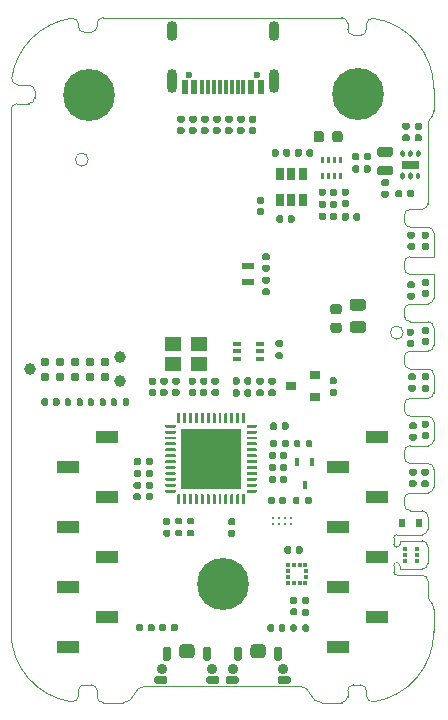
<source format=gts>
G04 #@! TF.GenerationSoftware,KiCad,Pcbnew,(5.1.10)-1*
G04 #@! TF.CreationDate,2021-09-23T13:54:31+08:00*
G04 #@! TF.ProjectId,BeagleConnect Freedom,42656167-6c65-4436-9f6e-6e6563742046,B*
G04 #@! TF.SameCoordinates,Original*
G04 #@! TF.FileFunction,Soldermask,Top*
G04 #@! TF.FilePolarity,Negative*
%FSLAX46Y46*%
G04 Gerber Fmt 4.6, Leading zero omitted, Abs format (unit mm)*
G04 Created by KiCad (PCBNEW (5.1.10)-1) date 2021-09-23 13:54:31*
%MOMM*%
%LPD*%
G01*
G04 APERTURE LIST*
G04 #@! TA.AperFunction,Profile*
%ADD10C,0.050000*%
G04 #@! TD*
%ADD11R,5.150000X5.150000*%
%ADD12R,1.900000X1.000000*%
%ADD13R,0.600000X0.700000*%
%ADD14C,0.363000*%
%ADD15R,0.600000X1.160000*%
%ADD16C,0.600000*%
%ADD17R,0.300000X1.160000*%
%ADD18O,0.900000X1.700000*%
%ADD19O,0.900000X2.000000*%
%ADD20C,0.990600*%
%ADD21C,0.787400*%
%ADD22C,0.240000*%
%ADD23R,0.375000X0.350000*%
%ADD24R,0.350000X0.375000*%
%ADD25R,0.900000X0.800000*%
%ADD26R,1.100000X0.600000*%
%ADD27R,0.650000X1.060000*%
%ADD28R,1.400000X1.200000*%
%ADD29C,0.700000*%
%ADD30C,4.400000*%
%ADD31R,0.450000X0.700000*%
%ADD32R,0.650000X0.400000*%
%ADD33C,0.900000*%
%ADD34C,0.304800*%
G04 APERTURE END LIST*
D10*
X289279000Y-51088000D02*
G75*
G03*
X289279000Y-51088000I-550000J0D01*
G01*
X262609000Y-36441000D02*
G75*
G03*
X262609000Y-36441000I-550000J0D01*
G01*
X291863382Y-48158779D02*
X291863382Y-46158779D01*
X291863382Y-48158779D02*
G75*
G02*
X291363382Y-48658779I-500000J0D01*
G01*
X289863382Y-48658779D02*
X291363382Y-48658779D01*
X289363382Y-49158779D02*
G75*
G02*
X289863382Y-48658779I500000J0D01*
G01*
X289363382Y-49658779D02*
X289363382Y-49158779D01*
X289863382Y-50158779D02*
G75*
G02*
X289363382Y-49658779I0J500000D01*
G01*
X291363382Y-50158779D02*
X289863382Y-50158779D01*
X291363382Y-50158779D02*
G75*
G02*
X291863382Y-50658779I0J-500000D01*
G01*
X291863382Y-52158779D02*
X291863382Y-50658779D01*
X291863382Y-52158779D02*
G75*
G02*
X291363382Y-52658779I-500000J0D01*
G01*
X289863382Y-52658779D02*
X291363382Y-52658779D01*
X289363382Y-53158779D02*
G75*
G02*
X289863382Y-52658779I500000J0D01*
G01*
X289363382Y-53658779D02*
X289363382Y-53158779D01*
X289863382Y-54158779D02*
G75*
G02*
X289363382Y-53658779I0J500000D01*
G01*
X291363382Y-54158779D02*
X289863382Y-54158779D01*
X291363382Y-54158779D02*
G75*
G02*
X291863382Y-54658779I0J-500000D01*
G01*
X291863382Y-56158779D02*
X291863382Y-54658779D01*
X291863382Y-56158779D02*
G75*
G02*
X291363382Y-56658779I-500000J0D01*
G01*
X289863382Y-56658779D02*
X291363382Y-56658779D01*
X289363382Y-57158779D02*
G75*
G02*
X289863382Y-56658779I500000J0D01*
G01*
X289363382Y-57658779D02*
X289363382Y-57158779D01*
X289863382Y-58158779D02*
G75*
G02*
X289363382Y-57658779I0J500000D01*
G01*
X291363382Y-58158779D02*
X289863382Y-58158779D01*
X291363382Y-58158779D02*
G75*
G02*
X291863382Y-58658779I0J-500000D01*
G01*
X291863382Y-60158779D02*
X291863382Y-58658779D01*
X291863382Y-60158779D02*
G75*
G02*
X291363382Y-60658779I-500000J0D01*
G01*
X289863382Y-60658779D02*
X291363382Y-60658779D01*
X289363382Y-61158779D02*
G75*
G02*
X289863382Y-60658779I500000J0D01*
G01*
X289363382Y-61658779D02*
X289363382Y-61158779D01*
X289863382Y-62158779D02*
G75*
G02*
X289363382Y-61658779I0J500000D01*
G01*
X291363382Y-62158779D02*
X289863382Y-62158779D01*
X291363382Y-62158779D02*
G75*
G02*
X291863382Y-62658779I0J-500000D01*
G01*
X291863382Y-64158779D02*
X291863382Y-62658779D01*
X291863382Y-64158779D02*
G75*
G02*
X291363382Y-64658779I-500000J0D01*
G01*
X289863382Y-64658779D02*
X291363382Y-64658779D01*
X289363382Y-65158779D02*
G75*
G02*
X289863382Y-64658779I500000J0D01*
G01*
X289363382Y-65658779D02*
X289363382Y-65158779D01*
X289863382Y-66158779D02*
G75*
G02*
X289363382Y-65658779I0J500000D01*
G01*
X290863382Y-66158779D02*
X289863382Y-66158779D01*
X290863382Y-66158779D02*
G75*
G02*
X291363382Y-66658779I0J-500000D01*
G01*
X291363382Y-67708779D02*
X291363382Y-66658779D01*
X291363382Y-67708779D02*
G75*
G02*
X290863382Y-68208779I-500000J0D01*
G01*
X288713382Y-68208779D02*
X290863382Y-68208779D01*
X288463382Y-68458779D02*
G75*
G02*
X288713382Y-68208779I250000J0D01*
G01*
X288463382Y-69008779D02*
X288463382Y-68458779D01*
X288963382Y-69008779D02*
G75*
G02*
X288463382Y-69008779I-250000J0D01*
G01*
X288963382Y-68708779D02*
X288963382Y-69008779D01*
X290863382Y-68708779D02*
X288963382Y-68708779D01*
X290863382Y-68708779D02*
G75*
G02*
X291363382Y-69208779I0J-500000D01*
G01*
X291363382Y-70608779D02*
X291363382Y-69208779D01*
X291363382Y-70608779D02*
G75*
G02*
X290863382Y-71108779I-500000J0D01*
G01*
X288963382Y-71108779D02*
X290863382Y-71108779D01*
X288963382Y-70808779D02*
X288963382Y-71108779D01*
X288463382Y-70808779D02*
G75*
G02*
X288963382Y-70808779I250000J0D01*
G01*
X288463382Y-71358779D02*
X288463382Y-70808779D01*
X288713382Y-71608779D02*
G75*
G02*
X288463382Y-71358779I0J250000D01*
G01*
X290863382Y-71608779D02*
X288713382Y-71608779D01*
X290863382Y-71608779D02*
G75*
G02*
X291363382Y-72108779I0J-500000D01*
G01*
X291363382Y-73408779D02*
X291363382Y-72108779D01*
X291530049Y-73781457D02*
G75*
G02*
X291363382Y-73408779I333333J372678D01*
G01*
X291530049Y-73781457D02*
G75*
G02*
X291863382Y-74526813I-666667J-745356D01*
G01*
X291863382Y-76408779D02*
X291863382Y-74526813D01*
X291863381Y-76408779D02*
G75*
G02*
X286736109Y-82344968I-5999999J0D01*
G01*
X286736109Y-82344968D02*
G75*
G02*
X286163382Y-81850286I-72727J494682D01*
G01*
X286163382Y-81408779D02*
X286163382Y-81850286D01*
X285663382Y-80908779D02*
G75*
G02*
X286163382Y-81408779I0J-500000D01*
G01*
X285063382Y-80908779D02*
X285663382Y-80908779D01*
X284563382Y-81408779D02*
G75*
G02*
X285063382Y-80908779I500000J0D01*
G01*
X284563382Y-81908779D02*
X284563382Y-81408779D01*
X284563382Y-81908779D02*
G75*
G02*
X284063382Y-82408779I-500000J0D01*
G01*
X282371260Y-82408779D02*
X284063382Y-82408779D01*
X282371260Y-82408779D02*
G75*
G02*
X281417321Y-81708779I0J1000000D01*
G01*
X280463382Y-81008779D02*
G75*
G02*
X281417321Y-81708779I0J-1000000D01*
G01*
X267463382Y-81008779D02*
X280463382Y-81008779D01*
X266509443Y-81708779D02*
G75*
G02*
X267463382Y-81008779I953939J-300000D01*
G01*
X266509442Y-81708779D02*
G75*
G02*
X265555503Y-82408779I-953939J300000D01*
G01*
X263863382Y-82408779D02*
X265555503Y-82408779D01*
X263863382Y-82408779D02*
G75*
G02*
X263363382Y-81908779I0J500000D01*
G01*
X263363382Y-81408779D02*
X263363382Y-81908779D01*
X262863382Y-80908779D02*
G75*
G02*
X263363382Y-81408779I0J-500000D01*
G01*
X262263382Y-80908779D02*
X262863382Y-80908779D01*
X261763382Y-81408779D02*
G75*
G02*
X262263382Y-80908779I500000J0D01*
G01*
X261763382Y-81850286D02*
X261763382Y-81408779D01*
X261763382Y-81850287D02*
G75*
G02*
X261190654Y-82344968I-500000J1D01*
G01*
X261190655Y-82344969D02*
G75*
G02*
X256063382Y-76408779I872727J5936190D01*
G01*
X256063382Y-32208779D02*
X256063382Y-76408779D01*
X256063382Y-32208779D02*
G75*
G02*
X256563382Y-31708779I500000J0D01*
G01*
X257563382Y-31708779D02*
X256563382Y-31708779D01*
X258063382Y-31208779D02*
G75*
G02*
X257563382Y-31708779I-500000J0D01*
G01*
X258063382Y-30608779D02*
X258063382Y-31208779D01*
X257563382Y-30108779D02*
G75*
G02*
X258063382Y-30608779I0J-500000D01*
G01*
X256621874Y-30108779D02*
X257563382Y-30108779D01*
X256621874Y-30108778D02*
G75*
G02*
X256127192Y-29536052I0J499999D01*
G01*
X256127192Y-29536052D02*
G75*
G02*
X261190654Y-24472589I5936190J-872727D01*
G01*
X261190655Y-24472590D02*
G75*
G02*
X261763382Y-24967272I72727J-494682D01*
G01*
X261763382Y-25158779D02*
X261763382Y-24967272D01*
X262263382Y-25658779D02*
G75*
G02*
X261763382Y-25158779I0J500000D01*
G01*
X262863382Y-25658779D02*
X262263382Y-25658779D01*
X263363382Y-25158779D02*
G75*
G02*
X262863382Y-25658779I-500000J0D01*
G01*
X263363382Y-24908779D02*
X263363382Y-25158779D01*
X263363382Y-24908779D02*
G75*
G02*
X263863382Y-24408779I500000J0D01*
G01*
X284063382Y-24408779D02*
X263863382Y-24408779D01*
X284063382Y-24408779D02*
G75*
G02*
X284563382Y-24908779I0J-500000D01*
G01*
X284563382Y-25408779D02*
X284563382Y-24908779D01*
X285063382Y-25908779D02*
G75*
G02*
X284563382Y-25408779I0J500000D01*
G01*
X285663382Y-25908779D02*
X285063382Y-25908779D01*
X286163382Y-25408779D02*
G75*
G02*
X285663382Y-25908779I-500000J0D01*
G01*
X286163382Y-24967272D02*
X286163382Y-25408779D01*
X286163382Y-24967272D02*
G75*
G02*
X286736109Y-24472589I500000J0D01*
G01*
X286736109Y-24472589D02*
G75*
G02*
X291863382Y-30408779I-872727J-5936190D01*
G01*
X291863382Y-32290745D02*
X291863382Y-30408779D01*
X291863382Y-32290746D02*
G75*
G02*
X291530048Y-33036101I-1000000J1D01*
G01*
X291363382Y-33408779D02*
G75*
G02*
X291530048Y-33036101I500000J0D01*
G01*
X291363382Y-40158779D02*
X291363382Y-33408779D01*
X291363382Y-40158779D02*
G75*
G02*
X290863382Y-40658779I-500000J0D01*
G01*
X289863382Y-40658779D02*
X290863382Y-40658779D01*
X289363382Y-41158779D02*
G75*
G02*
X289863382Y-40658779I500000J0D01*
G01*
X289363382Y-41658779D02*
X289363382Y-41158779D01*
X289863382Y-42158779D02*
G75*
G02*
X289363382Y-41658779I0J500000D01*
G01*
X291363382Y-42158779D02*
X289863382Y-42158779D01*
X291363382Y-42158779D02*
G75*
G02*
X291863382Y-42658779I0J-500000D01*
G01*
X291863382Y-44658779D02*
X291863382Y-42658779D01*
X289863382Y-44658779D02*
X291863382Y-44658779D01*
X289363382Y-45158779D02*
G75*
G02*
X289863382Y-44658779I500000J0D01*
G01*
X289363382Y-45658779D02*
X289363382Y-45158779D01*
X289863382Y-46158779D02*
G75*
G02*
X289363382Y-45658779I0J500000D01*
G01*
X291863382Y-46158779D02*
X289863382Y-46158779D01*
X289363382Y-57658779D02*
X289363382Y-57158779D01*
X289863382Y-58158779D02*
G75*
G02*
X289363382Y-57658779I0J500000D01*
G01*
X291363382Y-58158779D02*
X289863382Y-58158779D01*
X291363382Y-58158779D02*
G75*
G02*
X291863382Y-58658779I0J-500000D01*
G01*
X291863382Y-60158779D02*
X291863382Y-58658779D01*
X291863382Y-60158779D02*
G75*
G02*
X291363382Y-60658779I-500000J0D01*
G01*
X289863382Y-60658779D02*
X291363382Y-60658779D01*
X289363382Y-61158779D02*
G75*
G02*
X289863382Y-60658779I500000J0D01*
G01*
X289363382Y-61658779D02*
X289363382Y-61158779D01*
X289863382Y-62158779D02*
G75*
G02*
X289363382Y-61658779I0J500000D01*
G01*
X291363382Y-62158779D02*
X289863382Y-62158779D01*
X291363382Y-62158779D02*
G75*
G02*
X291863382Y-62658779I0J-500000D01*
G01*
X291863382Y-64158779D02*
X291863382Y-62658779D01*
X291863382Y-64158779D02*
G75*
G02*
X291363382Y-64658779I-500000J0D01*
G01*
X289863382Y-64658779D02*
X291363382Y-64658779D01*
X289363382Y-65158779D02*
G75*
G02*
X289863382Y-64658779I500000J0D01*
G01*
X289363382Y-65658779D02*
X289363382Y-65158779D01*
X289863382Y-66158779D02*
G75*
G02*
X289363382Y-65658779I0J500000D01*
G01*
X290863382Y-66158779D02*
X289863382Y-66158779D01*
X290863382Y-66158779D02*
G75*
G02*
X291363382Y-66658779I0J-500000D01*
G01*
X291363382Y-67708779D02*
X291363382Y-66658779D01*
X291363382Y-67708779D02*
G75*
G02*
X290863382Y-68208779I-500000J0D01*
G01*
X288713382Y-68208779D02*
X290863382Y-68208779D01*
X288463382Y-68458779D02*
G75*
G02*
X288713382Y-68208779I250000J0D01*
G01*
X288463382Y-69008779D02*
X288463382Y-68458779D01*
X288963382Y-69008779D02*
G75*
G02*
X288463382Y-69008779I-250000J0D01*
G01*
X288963382Y-68708779D02*
X288963382Y-69008779D01*
X290863382Y-68708779D02*
X288963382Y-68708779D01*
X290863382Y-68708779D02*
G75*
G02*
X291363382Y-69208779I0J-500000D01*
G01*
X291363382Y-70608779D02*
X291363382Y-69208779D01*
X291363382Y-70608779D02*
G75*
G02*
X290863382Y-71108779I-500000J0D01*
G01*
X288963382Y-71108779D02*
X290863382Y-71108779D01*
X288963382Y-70808779D02*
X288963382Y-71108779D01*
X288463382Y-70808779D02*
G75*
G02*
X288963382Y-70808779I250000J0D01*
G01*
X288463382Y-71358779D02*
X288463382Y-70808779D01*
X288713382Y-71608779D02*
G75*
G02*
X288463382Y-71358779I0J250000D01*
G01*
X290863382Y-71608779D02*
X288713382Y-71608779D01*
X290863382Y-71608779D02*
G75*
G02*
X291363382Y-72108779I0J-500000D01*
G01*
X291363382Y-73408779D02*
X291363382Y-72108779D01*
X291530049Y-73781457D02*
G75*
G02*
X291363382Y-73408779I333333J372678D01*
G01*
X291530049Y-73781457D02*
G75*
G02*
X291863382Y-74526813I-666667J-745356D01*
G01*
X291863382Y-76408779D02*
X291863382Y-74526813D01*
X291863381Y-76408779D02*
G75*
G02*
X286736109Y-82344968I-5999999J0D01*
G01*
X286736109Y-82344968D02*
G75*
G02*
X286163382Y-81850286I-72727J494682D01*
G01*
X286163382Y-81408779D02*
X286163382Y-81850286D01*
X285663382Y-80908779D02*
G75*
G02*
X286163382Y-81408779I0J-500000D01*
G01*
X285063382Y-80908779D02*
X285663382Y-80908779D01*
X284563382Y-81408779D02*
G75*
G02*
X285063382Y-80908779I500000J0D01*
G01*
X284563382Y-81908779D02*
X284563382Y-81408779D01*
X284563382Y-81908779D02*
G75*
G02*
X284063382Y-82408779I-500000J0D01*
G01*
X282371260Y-82408779D02*
X284063382Y-82408779D01*
X282371260Y-82408779D02*
G75*
G02*
X281417321Y-81708779I0J1000000D01*
G01*
X280463382Y-81008779D02*
G75*
G02*
X281417321Y-81708779I0J-1000000D01*
G01*
X267463382Y-81008779D02*
X280463382Y-81008779D01*
X266509443Y-81708779D02*
G75*
G02*
X267463382Y-81008779I953939J-300000D01*
G01*
X266509442Y-81708779D02*
G75*
G02*
X265555503Y-82408779I-953939J300000D01*
G01*
X263863382Y-82408779D02*
X265555503Y-82408779D01*
X263863382Y-82408779D02*
G75*
G02*
X263363382Y-81908779I0J500000D01*
G01*
X263363382Y-81408779D02*
X263363382Y-81908779D01*
X262863382Y-80908779D02*
G75*
G02*
X263363382Y-81408779I0J-500000D01*
G01*
X262263382Y-80908779D02*
X262863382Y-80908779D01*
X261763382Y-81408779D02*
G75*
G02*
X262263382Y-80908779I500000J0D01*
G01*
X261763382Y-81850286D02*
X261763382Y-81408779D01*
X261763382Y-81850287D02*
G75*
G02*
X261190654Y-82344968I-500000J1D01*
G01*
X261190655Y-82344969D02*
G75*
G02*
X256063382Y-76408779I872727J5936190D01*
G01*
X256063382Y-32208779D02*
X256063382Y-76408779D01*
X256063382Y-32208779D02*
G75*
G02*
X256563382Y-31708779I500000J0D01*
G01*
X257563382Y-31708779D02*
X256563382Y-31708779D01*
X258063382Y-31208779D02*
G75*
G02*
X257563382Y-31708779I-500000J0D01*
G01*
X258063382Y-30608779D02*
X258063382Y-31208779D01*
X257563382Y-30108779D02*
G75*
G02*
X258063382Y-30608779I0J-500000D01*
G01*
X256621874Y-30108779D02*
X257563382Y-30108779D01*
X256621874Y-30108778D02*
G75*
G02*
X256127192Y-29536052I0J499999D01*
G01*
X256127192Y-29536052D02*
G75*
G02*
X261190654Y-24472589I5936190J-872727D01*
G01*
X261190655Y-24472590D02*
G75*
G02*
X261763382Y-24967272I72727J-494682D01*
G01*
X261763382Y-25158779D02*
X261763382Y-24967272D01*
X262263382Y-25658779D02*
G75*
G02*
X261763382Y-25158779I0J500000D01*
G01*
X262863382Y-25658779D02*
X262263382Y-25658779D01*
X263363382Y-25158779D02*
G75*
G02*
X262863382Y-25658779I-500000J0D01*
G01*
X263363382Y-24908779D02*
X263363382Y-25158779D01*
X263363382Y-24908779D02*
G75*
G02*
X263863382Y-24408779I500000J0D01*
G01*
X284063382Y-24408779D02*
X263863382Y-24408779D01*
X284063382Y-24408779D02*
G75*
G02*
X284563382Y-24908779I0J-500000D01*
G01*
X284563382Y-25408779D02*
X284563382Y-24908779D01*
X285063382Y-25908779D02*
G75*
G02*
X284563382Y-25408779I0J500000D01*
G01*
X285663382Y-25908779D02*
X285063382Y-25908779D01*
X286163382Y-25408779D02*
G75*
G02*
X285663382Y-25908779I-500000J0D01*
G01*
X286163382Y-24967272D02*
X286163382Y-25408779D01*
X286163382Y-24967272D02*
G75*
G02*
X286736109Y-24472589I500000J0D01*
G01*
X286736109Y-24472589D02*
G75*
G02*
X291863382Y-30408779I-872727J-5936190D01*
G01*
X291863382Y-32290745D02*
X291863382Y-30408779D01*
X291863382Y-32290746D02*
G75*
G02*
X291530048Y-33036101I-1000000J1D01*
G01*
X291363382Y-33408779D02*
G75*
G02*
X291530048Y-33036101I500000J0D01*
G01*
X291363382Y-40158779D02*
X291363382Y-33408779D01*
X291363382Y-40158779D02*
G75*
G02*
X290863382Y-40658779I-500000J0D01*
G01*
X289863382Y-40658779D02*
X290863382Y-40658779D01*
X289363382Y-41158779D02*
G75*
G02*
X289863382Y-40658779I500000J0D01*
G01*
X289363382Y-41658779D02*
X289363382Y-41158779D01*
X289863382Y-42158779D02*
G75*
G02*
X289363382Y-41658779I0J500000D01*
G01*
X291363382Y-42158779D02*
X289863382Y-42158779D01*
X291363382Y-42158779D02*
G75*
G02*
X291863382Y-42658779I0J-500000D01*
G01*
X291863382Y-44658779D02*
X291863382Y-42658779D01*
X289863382Y-44658779D02*
X291863382Y-44658779D01*
X289363382Y-45158779D02*
G75*
G02*
X289863382Y-44658779I500000J0D01*
G01*
X289363382Y-45658779D02*
X289363382Y-45158779D01*
X289863382Y-46158779D02*
G75*
G02*
X289363382Y-45658779I0J500000D01*
G01*
X291863382Y-46158779D02*
X289863382Y-46158779D01*
X291863382Y-48158779D02*
X291863382Y-46158779D01*
X291863382Y-48158779D02*
G75*
G02*
X291363382Y-48658779I-500000J0D01*
G01*
X289863382Y-48658779D02*
X291363382Y-48658779D01*
X289363382Y-49158779D02*
G75*
G02*
X289863382Y-48658779I500000J0D01*
G01*
X289363382Y-49658779D02*
X289363382Y-49158779D01*
X289863382Y-50158779D02*
G75*
G02*
X289363382Y-49658779I0J500000D01*
G01*
X291363382Y-50158779D02*
X289863382Y-50158779D01*
X291363382Y-50158779D02*
G75*
G02*
X291863382Y-50658779I0J-500000D01*
G01*
X291863382Y-52158779D02*
X291863382Y-50658779D01*
X291863382Y-52158779D02*
G75*
G02*
X291363382Y-52658779I-500000J0D01*
G01*
X289863382Y-52658779D02*
X291363382Y-52658779D01*
X289363382Y-53158779D02*
G75*
G02*
X289863382Y-52658779I500000J0D01*
G01*
X289363382Y-53658779D02*
X289363382Y-53158779D01*
X289863382Y-54158779D02*
G75*
G02*
X289363382Y-53658779I0J500000D01*
G01*
X291363382Y-54158779D02*
X289863382Y-54158779D01*
X291363382Y-54158779D02*
G75*
G02*
X291863382Y-54658779I0J-500000D01*
G01*
X291863382Y-56158779D02*
X291863382Y-54658779D01*
X291863382Y-56158779D02*
G75*
G02*
X291363382Y-56658779I-500000J0D01*
G01*
X289863382Y-56658779D02*
X291363382Y-56658779D01*
X289363382Y-57158779D02*
G75*
G02*
X289863382Y-56658779I500000J0D01*
G01*
X286463382Y-30908779D02*
G75*
G03*
X286463382Y-30908779I-1100000J0D01*
G01*
X263663382Y-30908779D02*
G75*
G03*
X263663382Y-30908779I-1100000J0D01*
G01*
X286463382Y-30908779D02*
G75*
G03*
X286463382Y-30908779I-1100000J0D01*
G01*
X263663382Y-30908779D02*
G75*
G03*
X263663382Y-30908779I-1100000J0D01*
G01*
D11*
X273010000Y-61760000D03*
G36*
G01*
X270135000Y-58697500D02*
X270135000Y-57947500D01*
G75*
G02*
X270197500Y-57885000I62500J0D01*
G01*
X270322500Y-57885000D01*
G75*
G02*
X270385000Y-57947500I0J-62500D01*
G01*
X270385000Y-58697500D01*
G75*
G02*
X270322500Y-58760000I-62500J0D01*
G01*
X270197500Y-58760000D01*
G75*
G02*
X270135000Y-58697500I0J62500D01*
G01*
G37*
G36*
G01*
X270635000Y-58697500D02*
X270635000Y-57947500D01*
G75*
G02*
X270697500Y-57885000I62500J0D01*
G01*
X270822500Y-57885000D01*
G75*
G02*
X270885000Y-57947500I0J-62500D01*
G01*
X270885000Y-58697500D01*
G75*
G02*
X270822500Y-58760000I-62500J0D01*
G01*
X270697500Y-58760000D01*
G75*
G02*
X270635000Y-58697500I0J62500D01*
G01*
G37*
G36*
G01*
X271135000Y-58697500D02*
X271135000Y-57947500D01*
G75*
G02*
X271197500Y-57885000I62500J0D01*
G01*
X271322500Y-57885000D01*
G75*
G02*
X271385000Y-57947500I0J-62500D01*
G01*
X271385000Y-58697500D01*
G75*
G02*
X271322500Y-58760000I-62500J0D01*
G01*
X271197500Y-58760000D01*
G75*
G02*
X271135000Y-58697500I0J62500D01*
G01*
G37*
G36*
G01*
X271635000Y-58697500D02*
X271635000Y-57947500D01*
G75*
G02*
X271697500Y-57885000I62500J0D01*
G01*
X271822500Y-57885000D01*
G75*
G02*
X271885000Y-57947500I0J-62500D01*
G01*
X271885000Y-58697500D01*
G75*
G02*
X271822500Y-58760000I-62500J0D01*
G01*
X271697500Y-58760000D01*
G75*
G02*
X271635000Y-58697500I0J62500D01*
G01*
G37*
G36*
G01*
X272135000Y-58697500D02*
X272135000Y-57947500D01*
G75*
G02*
X272197500Y-57885000I62500J0D01*
G01*
X272322500Y-57885000D01*
G75*
G02*
X272385000Y-57947500I0J-62500D01*
G01*
X272385000Y-58697500D01*
G75*
G02*
X272322500Y-58760000I-62500J0D01*
G01*
X272197500Y-58760000D01*
G75*
G02*
X272135000Y-58697500I0J62500D01*
G01*
G37*
G36*
G01*
X272635000Y-58697500D02*
X272635000Y-57947500D01*
G75*
G02*
X272697500Y-57885000I62500J0D01*
G01*
X272822500Y-57885000D01*
G75*
G02*
X272885000Y-57947500I0J-62500D01*
G01*
X272885000Y-58697500D01*
G75*
G02*
X272822500Y-58760000I-62500J0D01*
G01*
X272697500Y-58760000D01*
G75*
G02*
X272635000Y-58697500I0J62500D01*
G01*
G37*
G36*
G01*
X273135000Y-58697500D02*
X273135000Y-57947500D01*
G75*
G02*
X273197500Y-57885000I62500J0D01*
G01*
X273322500Y-57885000D01*
G75*
G02*
X273385000Y-57947500I0J-62500D01*
G01*
X273385000Y-58697500D01*
G75*
G02*
X273322500Y-58760000I-62500J0D01*
G01*
X273197500Y-58760000D01*
G75*
G02*
X273135000Y-58697500I0J62500D01*
G01*
G37*
G36*
G01*
X273635000Y-58697500D02*
X273635000Y-57947500D01*
G75*
G02*
X273697500Y-57885000I62500J0D01*
G01*
X273822500Y-57885000D01*
G75*
G02*
X273885000Y-57947500I0J-62500D01*
G01*
X273885000Y-58697500D01*
G75*
G02*
X273822500Y-58760000I-62500J0D01*
G01*
X273697500Y-58760000D01*
G75*
G02*
X273635000Y-58697500I0J62500D01*
G01*
G37*
G36*
G01*
X274135000Y-58697500D02*
X274135000Y-57947500D01*
G75*
G02*
X274197500Y-57885000I62500J0D01*
G01*
X274322500Y-57885000D01*
G75*
G02*
X274385000Y-57947500I0J-62500D01*
G01*
X274385000Y-58697500D01*
G75*
G02*
X274322500Y-58760000I-62500J0D01*
G01*
X274197500Y-58760000D01*
G75*
G02*
X274135000Y-58697500I0J62500D01*
G01*
G37*
G36*
G01*
X274635000Y-58697500D02*
X274635000Y-57947500D01*
G75*
G02*
X274697500Y-57885000I62500J0D01*
G01*
X274822500Y-57885000D01*
G75*
G02*
X274885000Y-57947500I0J-62500D01*
G01*
X274885000Y-58697500D01*
G75*
G02*
X274822500Y-58760000I-62500J0D01*
G01*
X274697500Y-58760000D01*
G75*
G02*
X274635000Y-58697500I0J62500D01*
G01*
G37*
G36*
G01*
X275135000Y-58697500D02*
X275135000Y-57947500D01*
G75*
G02*
X275197500Y-57885000I62500J0D01*
G01*
X275322500Y-57885000D01*
G75*
G02*
X275385000Y-57947500I0J-62500D01*
G01*
X275385000Y-58697500D01*
G75*
G02*
X275322500Y-58760000I-62500J0D01*
G01*
X275197500Y-58760000D01*
G75*
G02*
X275135000Y-58697500I0J62500D01*
G01*
G37*
G36*
G01*
X275635000Y-58697500D02*
X275635000Y-57947500D01*
G75*
G02*
X275697500Y-57885000I62500J0D01*
G01*
X275822500Y-57885000D01*
G75*
G02*
X275885000Y-57947500I0J-62500D01*
G01*
X275885000Y-58697500D01*
G75*
G02*
X275822500Y-58760000I-62500J0D01*
G01*
X275697500Y-58760000D01*
G75*
G02*
X275635000Y-58697500I0J62500D01*
G01*
G37*
G36*
G01*
X276010000Y-59072500D02*
X276010000Y-58947500D01*
G75*
G02*
X276072500Y-58885000I62500J0D01*
G01*
X276822500Y-58885000D01*
G75*
G02*
X276885000Y-58947500I0J-62500D01*
G01*
X276885000Y-59072500D01*
G75*
G02*
X276822500Y-59135000I-62500J0D01*
G01*
X276072500Y-59135000D01*
G75*
G02*
X276010000Y-59072500I0J62500D01*
G01*
G37*
G36*
G01*
X276010000Y-59572500D02*
X276010000Y-59447500D01*
G75*
G02*
X276072500Y-59385000I62500J0D01*
G01*
X276822500Y-59385000D01*
G75*
G02*
X276885000Y-59447500I0J-62500D01*
G01*
X276885000Y-59572500D01*
G75*
G02*
X276822500Y-59635000I-62500J0D01*
G01*
X276072500Y-59635000D01*
G75*
G02*
X276010000Y-59572500I0J62500D01*
G01*
G37*
G36*
G01*
X276010000Y-60072500D02*
X276010000Y-59947500D01*
G75*
G02*
X276072500Y-59885000I62500J0D01*
G01*
X276822500Y-59885000D01*
G75*
G02*
X276885000Y-59947500I0J-62500D01*
G01*
X276885000Y-60072500D01*
G75*
G02*
X276822500Y-60135000I-62500J0D01*
G01*
X276072500Y-60135000D01*
G75*
G02*
X276010000Y-60072500I0J62500D01*
G01*
G37*
G36*
G01*
X276010000Y-60572500D02*
X276010000Y-60447500D01*
G75*
G02*
X276072500Y-60385000I62500J0D01*
G01*
X276822500Y-60385000D01*
G75*
G02*
X276885000Y-60447500I0J-62500D01*
G01*
X276885000Y-60572500D01*
G75*
G02*
X276822500Y-60635000I-62500J0D01*
G01*
X276072500Y-60635000D01*
G75*
G02*
X276010000Y-60572500I0J62500D01*
G01*
G37*
G36*
G01*
X276010000Y-61072500D02*
X276010000Y-60947500D01*
G75*
G02*
X276072500Y-60885000I62500J0D01*
G01*
X276822500Y-60885000D01*
G75*
G02*
X276885000Y-60947500I0J-62500D01*
G01*
X276885000Y-61072500D01*
G75*
G02*
X276822500Y-61135000I-62500J0D01*
G01*
X276072500Y-61135000D01*
G75*
G02*
X276010000Y-61072500I0J62500D01*
G01*
G37*
G36*
G01*
X276010000Y-61572500D02*
X276010000Y-61447500D01*
G75*
G02*
X276072500Y-61385000I62500J0D01*
G01*
X276822500Y-61385000D01*
G75*
G02*
X276885000Y-61447500I0J-62500D01*
G01*
X276885000Y-61572500D01*
G75*
G02*
X276822500Y-61635000I-62500J0D01*
G01*
X276072500Y-61635000D01*
G75*
G02*
X276010000Y-61572500I0J62500D01*
G01*
G37*
G36*
G01*
X276010000Y-62072500D02*
X276010000Y-61947500D01*
G75*
G02*
X276072500Y-61885000I62500J0D01*
G01*
X276822500Y-61885000D01*
G75*
G02*
X276885000Y-61947500I0J-62500D01*
G01*
X276885000Y-62072500D01*
G75*
G02*
X276822500Y-62135000I-62500J0D01*
G01*
X276072500Y-62135000D01*
G75*
G02*
X276010000Y-62072500I0J62500D01*
G01*
G37*
G36*
G01*
X276010000Y-62572500D02*
X276010000Y-62447500D01*
G75*
G02*
X276072500Y-62385000I62500J0D01*
G01*
X276822500Y-62385000D01*
G75*
G02*
X276885000Y-62447500I0J-62500D01*
G01*
X276885000Y-62572500D01*
G75*
G02*
X276822500Y-62635000I-62500J0D01*
G01*
X276072500Y-62635000D01*
G75*
G02*
X276010000Y-62572500I0J62500D01*
G01*
G37*
G36*
G01*
X276010000Y-63072500D02*
X276010000Y-62947500D01*
G75*
G02*
X276072500Y-62885000I62500J0D01*
G01*
X276822500Y-62885000D01*
G75*
G02*
X276885000Y-62947500I0J-62500D01*
G01*
X276885000Y-63072500D01*
G75*
G02*
X276822500Y-63135000I-62500J0D01*
G01*
X276072500Y-63135000D01*
G75*
G02*
X276010000Y-63072500I0J62500D01*
G01*
G37*
G36*
G01*
X276010000Y-63572500D02*
X276010000Y-63447500D01*
G75*
G02*
X276072500Y-63385000I62500J0D01*
G01*
X276822500Y-63385000D01*
G75*
G02*
X276885000Y-63447500I0J-62500D01*
G01*
X276885000Y-63572500D01*
G75*
G02*
X276822500Y-63635000I-62500J0D01*
G01*
X276072500Y-63635000D01*
G75*
G02*
X276010000Y-63572500I0J62500D01*
G01*
G37*
G36*
G01*
X276010000Y-64072500D02*
X276010000Y-63947500D01*
G75*
G02*
X276072500Y-63885000I62500J0D01*
G01*
X276822500Y-63885000D01*
G75*
G02*
X276885000Y-63947500I0J-62500D01*
G01*
X276885000Y-64072500D01*
G75*
G02*
X276822500Y-64135000I-62500J0D01*
G01*
X276072500Y-64135000D01*
G75*
G02*
X276010000Y-64072500I0J62500D01*
G01*
G37*
G36*
G01*
X276010000Y-64572500D02*
X276010000Y-64447500D01*
G75*
G02*
X276072500Y-64385000I62500J0D01*
G01*
X276822500Y-64385000D01*
G75*
G02*
X276885000Y-64447500I0J-62500D01*
G01*
X276885000Y-64572500D01*
G75*
G02*
X276822500Y-64635000I-62500J0D01*
G01*
X276072500Y-64635000D01*
G75*
G02*
X276010000Y-64572500I0J62500D01*
G01*
G37*
G36*
G01*
X275635000Y-65572500D02*
X275635000Y-64822500D01*
G75*
G02*
X275697500Y-64760000I62500J0D01*
G01*
X275822500Y-64760000D01*
G75*
G02*
X275885000Y-64822500I0J-62500D01*
G01*
X275885000Y-65572500D01*
G75*
G02*
X275822500Y-65635000I-62500J0D01*
G01*
X275697500Y-65635000D01*
G75*
G02*
X275635000Y-65572500I0J62500D01*
G01*
G37*
G36*
G01*
X275135000Y-65572500D02*
X275135000Y-64822500D01*
G75*
G02*
X275197500Y-64760000I62500J0D01*
G01*
X275322500Y-64760000D01*
G75*
G02*
X275385000Y-64822500I0J-62500D01*
G01*
X275385000Y-65572500D01*
G75*
G02*
X275322500Y-65635000I-62500J0D01*
G01*
X275197500Y-65635000D01*
G75*
G02*
X275135000Y-65572500I0J62500D01*
G01*
G37*
G36*
G01*
X274635000Y-65572500D02*
X274635000Y-64822500D01*
G75*
G02*
X274697500Y-64760000I62500J0D01*
G01*
X274822500Y-64760000D01*
G75*
G02*
X274885000Y-64822500I0J-62500D01*
G01*
X274885000Y-65572500D01*
G75*
G02*
X274822500Y-65635000I-62500J0D01*
G01*
X274697500Y-65635000D01*
G75*
G02*
X274635000Y-65572500I0J62500D01*
G01*
G37*
G36*
G01*
X274135000Y-65572500D02*
X274135000Y-64822500D01*
G75*
G02*
X274197500Y-64760000I62500J0D01*
G01*
X274322500Y-64760000D01*
G75*
G02*
X274385000Y-64822500I0J-62500D01*
G01*
X274385000Y-65572500D01*
G75*
G02*
X274322500Y-65635000I-62500J0D01*
G01*
X274197500Y-65635000D01*
G75*
G02*
X274135000Y-65572500I0J62500D01*
G01*
G37*
G36*
G01*
X273635000Y-65572500D02*
X273635000Y-64822500D01*
G75*
G02*
X273697500Y-64760000I62500J0D01*
G01*
X273822500Y-64760000D01*
G75*
G02*
X273885000Y-64822500I0J-62500D01*
G01*
X273885000Y-65572500D01*
G75*
G02*
X273822500Y-65635000I-62500J0D01*
G01*
X273697500Y-65635000D01*
G75*
G02*
X273635000Y-65572500I0J62500D01*
G01*
G37*
G36*
G01*
X273135000Y-65572500D02*
X273135000Y-64822500D01*
G75*
G02*
X273197500Y-64760000I62500J0D01*
G01*
X273322500Y-64760000D01*
G75*
G02*
X273385000Y-64822500I0J-62500D01*
G01*
X273385000Y-65572500D01*
G75*
G02*
X273322500Y-65635000I-62500J0D01*
G01*
X273197500Y-65635000D01*
G75*
G02*
X273135000Y-65572500I0J62500D01*
G01*
G37*
G36*
G01*
X272635000Y-65572500D02*
X272635000Y-64822500D01*
G75*
G02*
X272697500Y-64760000I62500J0D01*
G01*
X272822500Y-64760000D01*
G75*
G02*
X272885000Y-64822500I0J-62500D01*
G01*
X272885000Y-65572500D01*
G75*
G02*
X272822500Y-65635000I-62500J0D01*
G01*
X272697500Y-65635000D01*
G75*
G02*
X272635000Y-65572500I0J62500D01*
G01*
G37*
G36*
G01*
X272135000Y-65572500D02*
X272135000Y-64822500D01*
G75*
G02*
X272197500Y-64760000I62500J0D01*
G01*
X272322500Y-64760000D01*
G75*
G02*
X272385000Y-64822500I0J-62500D01*
G01*
X272385000Y-65572500D01*
G75*
G02*
X272322500Y-65635000I-62500J0D01*
G01*
X272197500Y-65635000D01*
G75*
G02*
X272135000Y-65572500I0J62500D01*
G01*
G37*
G36*
G01*
X271635000Y-65572500D02*
X271635000Y-64822500D01*
G75*
G02*
X271697500Y-64760000I62500J0D01*
G01*
X271822500Y-64760000D01*
G75*
G02*
X271885000Y-64822500I0J-62500D01*
G01*
X271885000Y-65572500D01*
G75*
G02*
X271822500Y-65635000I-62500J0D01*
G01*
X271697500Y-65635000D01*
G75*
G02*
X271635000Y-65572500I0J62500D01*
G01*
G37*
G36*
G01*
X271135000Y-65572500D02*
X271135000Y-64822500D01*
G75*
G02*
X271197500Y-64760000I62500J0D01*
G01*
X271322500Y-64760000D01*
G75*
G02*
X271385000Y-64822500I0J-62500D01*
G01*
X271385000Y-65572500D01*
G75*
G02*
X271322500Y-65635000I-62500J0D01*
G01*
X271197500Y-65635000D01*
G75*
G02*
X271135000Y-65572500I0J62500D01*
G01*
G37*
G36*
G01*
X270635000Y-65572500D02*
X270635000Y-64822500D01*
G75*
G02*
X270697500Y-64760000I62500J0D01*
G01*
X270822500Y-64760000D01*
G75*
G02*
X270885000Y-64822500I0J-62500D01*
G01*
X270885000Y-65572500D01*
G75*
G02*
X270822500Y-65635000I-62500J0D01*
G01*
X270697500Y-65635000D01*
G75*
G02*
X270635000Y-65572500I0J62500D01*
G01*
G37*
G36*
G01*
X270135000Y-65572500D02*
X270135000Y-64822500D01*
G75*
G02*
X270197500Y-64760000I62500J0D01*
G01*
X270322500Y-64760000D01*
G75*
G02*
X270385000Y-64822500I0J-62500D01*
G01*
X270385000Y-65572500D01*
G75*
G02*
X270322500Y-65635000I-62500J0D01*
G01*
X270197500Y-65635000D01*
G75*
G02*
X270135000Y-65572500I0J62500D01*
G01*
G37*
G36*
G01*
X269135000Y-64572500D02*
X269135000Y-64447500D01*
G75*
G02*
X269197500Y-64385000I62500J0D01*
G01*
X269947500Y-64385000D01*
G75*
G02*
X270010000Y-64447500I0J-62500D01*
G01*
X270010000Y-64572500D01*
G75*
G02*
X269947500Y-64635000I-62500J0D01*
G01*
X269197500Y-64635000D01*
G75*
G02*
X269135000Y-64572500I0J62500D01*
G01*
G37*
G36*
G01*
X269135000Y-64072500D02*
X269135000Y-63947500D01*
G75*
G02*
X269197500Y-63885000I62500J0D01*
G01*
X269947500Y-63885000D01*
G75*
G02*
X270010000Y-63947500I0J-62500D01*
G01*
X270010000Y-64072500D01*
G75*
G02*
X269947500Y-64135000I-62500J0D01*
G01*
X269197500Y-64135000D01*
G75*
G02*
X269135000Y-64072500I0J62500D01*
G01*
G37*
G36*
G01*
X269135000Y-63572500D02*
X269135000Y-63447500D01*
G75*
G02*
X269197500Y-63385000I62500J0D01*
G01*
X269947500Y-63385000D01*
G75*
G02*
X270010000Y-63447500I0J-62500D01*
G01*
X270010000Y-63572500D01*
G75*
G02*
X269947500Y-63635000I-62500J0D01*
G01*
X269197500Y-63635000D01*
G75*
G02*
X269135000Y-63572500I0J62500D01*
G01*
G37*
G36*
G01*
X269135000Y-63072500D02*
X269135000Y-62947500D01*
G75*
G02*
X269197500Y-62885000I62500J0D01*
G01*
X269947500Y-62885000D01*
G75*
G02*
X270010000Y-62947500I0J-62500D01*
G01*
X270010000Y-63072500D01*
G75*
G02*
X269947500Y-63135000I-62500J0D01*
G01*
X269197500Y-63135000D01*
G75*
G02*
X269135000Y-63072500I0J62500D01*
G01*
G37*
G36*
G01*
X269135000Y-62572500D02*
X269135000Y-62447500D01*
G75*
G02*
X269197500Y-62385000I62500J0D01*
G01*
X269947500Y-62385000D01*
G75*
G02*
X270010000Y-62447500I0J-62500D01*
G01*
X270010000Y-62572500D01*
G75*
G02*
X269947500Y-62635000I-62500J0D01*
G01*
X269197500Y-62635000D01*
G75*
G02*
X269135000Y-62572500I0J62500D01*
G01*
G37*
G36*
G01*
X269135000Y-62072500D02*
X269135000Y-61947500D01*
G75*
G02*
X269197500Y-61885000I62500J0D01*
G01*
X269947500Y-61885000D01*
G75*
G02*
X270010000Y-61947500I0J-62500D01*
G01*
X270010000Y-62072500D01*
G75*
G02*
X269947500Y-62135000I-62500J0D01*
G01*
X269197500Y-62135000D01*
G75*
G02*
X269135000Y-62072500I0J62500D01*
G01*
G37*
G36*
G01*
X269135000Y-61572500D02*
X269135000Y-61447500D01*
G75*
G02*
X269197500Y-61385000I62500J0D01*
G01*
X269947500Y-61385000D01*
G75*
G02*
X270010000Y-61447500I0J-62500D01*
G01*
X270010000Y-61572500D01*
G75*
G02*
X269947500Y-61635000I-62500J0D01*
G01*
X269197500Y-61635000D01*
G75*
G02*
X269135000Y-61572500I0J62500D01*
G01*
G37*
G36*
G01*
X269135000Y-61072500D02*
X269135000Y-60947500D01*
G75*
G02*
X269197500Y-60885000I62500J0D01*
G01*
X269947500Y-60885000D01*
G75*
G02*
X270010000Y-60947500I0J-62500D01*
G01*
X270010000Y-61072500D01*
G75*
G02*
X269947500Y-61135000I-62500J0D01*
G01*
X269197500Y-61135000D01*
G75*
G02*
X269135000Y-61072500I0J62500D01*
G01*
G37*
G36*
G01*
X269135000Y-60572500D02*
X269135000Y-60447500D01*
G75*
G02*
X269197500Y-60385000I62500J0D01*
G01*
X269947500Y-60385000D01*
G75*
G02*
X270010000Y-60447500I0J-62500D01*
G01*
X270010000Y-60572500D01*
G75*
G02*
X269947500Y-60635000I-62500J0D01*
G01*
X269197500Y-60635000D01*
G75*
G02*
X269135000Y-60572500I0J62500D01*
G01*
G37*
G36*
G01*
X269135000Y-60072500D02*
X269135000Y-59947500D01*
G75*
G02*
X269197500Y-59885000I62500J0D01*
G01*
X269947500Y-59885000D01*
G75*
G02*
X270010000Y-59947500I0J-62500D01*
G01*
X270010000Y-60072500D01*
G75*
G02*
X269947500Y-60135000I-62500J0D01*
G01*
X269197500Y-60135000D01*
G75*
G02*
X269135000Y-60072500I0J62500D01*
G01*
G37*
G36*
G01*
X269135000Y-59572500D02*
X269135000Y-59447500D01*
G75*
G02*
X269197500Y-59385000I62500J0D01*
G01*
X269947500Y-59385000D01*
G75*
G02*
X270010000Y-59447500I0J-62500D01*
G01*
X270010000Y-59572500D01*
G75*
G02*
X269947500Y-59635000I-62500J0D01*
G01*
X269197500Y-59635000D01*
G75*
G02*
X269135000Y-59572500I0J62500D01*
G01*
G37*
G36*
G01*
X269135000Y-59072500D02*
X269135000Y-58947500D01*
G75*
G02*
X269197500Y-58885000I62500J0D01*
G01*
X269947500Y-58885000D01*
G75*
G02*
X270010000Y-58947500I0J-62500D01*
G01*
X270010000Y-59072500D01*
G75*
G02*
X269947500Y-59135000I-62500J0D01*
G01*
X269197500Y-59135000D01*
G75*
G02*
X269135000Y-59072500I0J62500D01*
G01*
G37*
D12*
X264180000Y-70050000D03*
X264180000Y-64970000D03*
X264180000Y-75130000D03*
X260880000Y-67510000D03*
X264180000Y-59890000D03*
X260880000Y-62430000D03*
X260880000Y-72590000D03*
X260880000Y-77670000D03*
X283740000Y-62430000D03*
X283740000Y-67510000D03*
X283740000Y-72590000D03*
X283740000Y-77670000D03*
X287040000Y-59890000D03*
X287040000Y-64970000D03*
X287040000Y-70050000D03*
X287040000Y-75130000D03*
D13*
X289200000Y-67200000D03*
X290600000Y-67200000D03*
G36*
G01*
X268837500Y-55860000D02*
X269182500Y-55860000D01*
G75*
G02*
X269330000Y-56007500I0J-147500D01*
G01*
X269330000Y-56302500D01*
G75*
G02*
X269182500Y-56450000I-147500J0D01*
G01*
X268837500Y-56450000D01*
G75*
G02*
X268690000Y-56302500I0J147500D01*
G01*
X268690000Y-56007500D01*
G75*
G02*
X268837500Y-55860000I147500J0D01*
G01*
G37*
G36*
G01*
X268837500Y-54890000D02*
X269182500Y-54890000D01*
G75*
G02*
X269330000Y-55037500I0J-147500D01*
G01*
X269330000Y-55332500D01*
G75*
G02*
X269182500Y-55480000I-147500J0D01*
G01*
X268837500Y-55480000D01*
G75*
G02*
X268690000Y-55332500I0J147500D01*
G01*
X268690000Y-55037500D01*
G75*
G02*
X268837500Y-54890000I147500J0D01*
G01*
G37*
G36*
G01*
X270176000Y-75895500D02*
X270176000Y-76240500D01*
G75*
G02*
X270028500Y-76388000I-147500J0D01*
G01*
X269733500Y-76388000D01*
G75*
G02*
X269586000Y-76240500I0J147500D01*
G01*
X269586000Y-75895500D01*
G75*
G02*
X269733500Y-75748000I147500J0D01*
G01*
X270028500Y-75748000D01*
G75*
G02*
X270176000Y-75895500I0J-147500D01*
G01*
G37*
G36*
G01*
X269206000Y-75895500D02*
X269206000Y-76240500D01*
G75*
G02*
X269058500Y-76388000I-147500J0D01*
G01*
X268763500Y-76388000D01*
G75*
G02*
X268616000Y-76240500I0J147500D01*
G01*
X268616000Y-75895500D01*
G75*
G02*
X268763500Y-75748000I147500J0D01*
G01*
X269058500Y-75748000D01*
G75*
G02*
X269206000Y-75895500I0J-147500D01*
G01*
G37*
G36*
G01*
X282515000Y-36745000D02*
X282365000Y-36745000D01*
G75*
G02*
X282315000Y-36695000I0J50000D01*
G01*
X282315000Y-36245000D01*
G75*
G02*
X282365000Y-36195000I50000J0D01*
G01*
X282515000Y-36195000D01*
G75*
G02*
X282565000Y-36245000I0J-50000D01*
G01*
X282565000Y-36695000D01*
G75*
G02*
X282515000Y-36745000I-50000J0D01*
G01*
G37*
G36*
G01*
X283015000Y-36745000D02*
X282865000Y-36745000D01*
G75*
G02*
X282815000Y-36695000I0J50000D01*
G01*
X282815000Y-36245000D01*
G75*
G02*
X282865000Y-36195000I50000J0D01*
G01*
X283015000Y-36195000D01*
G75*
G02*
X283065000Y-36245000I0J-50000D01*
G01*
X283065000Y-36695000D01*
G75*
G02*
X283015000Y-36745000I-50000J0D01*
G01*
G37*
G36*
G01*
X283515000Y-36745000D02*
X283365000Y-36745000D01*
G75*
G02*
X283315000Y-36695000I0J50000D01*
G01*
X283315000Y-36245000D01*
G75*
G02*
X283365000Y-36195000I50000J0D01*
G01*
X283515000Y-36195000D01*
G75*
G02*
X283565000Y-36245000I0J-50000D01*
G01*
X283565000Y-36695000D01*
G75*
G02*
X283515000Y-36745000I-50000J0D01*
G01*
G37*
G36*
G01*
X284015000Y-36745000D02*
X283865000Y-36745000D01*
G75*
G02*
X283815000Y-36695000I0J50000D01*
G01*
X283815000Y-36245000D01*
G75*
G02*
X283865000Y-36195000I50000J0D01*
G01*
X284015000Y-36195000D01*
G75*
G02*
X284065000Y-36245000I0J-50000D01*
G01*
X284065000Y-36695000D01*
G75*
G02*
X284015000Y-36745000I-50000J0D01*
G01*
G37*
G36*
G01*
X284015000Y-38095000D02*
X283865000Y-38095000D01*
G75*
G02*
X283815000Y-38045000I0J50000D01*
G01*
X283815000Y-37595000D01*
G75*
G02*
X283865000Y-37545000I50000J0D01*
G01*
X284015000Y-37545000D01*
G75*
G02*
X284065000Y-37595000I0J-50000D01*
G01*
X284065000Y-38045000D01*
G75*
G02*
X284015000Y-38095000I-50000J0D01*
G01*
G37*
G36*
G01*
X283515000Y-38095000D02*
X283365000Y-38095000D01*
G75*
G02*
X283315000Y-38045000I0J50000D01*
G01*
X283315000Y-37595000D01*
G75*
G02*
X283365000Y-37545000I50000J0D01*
G01*
X283515000Y-37545000D01*
G75*
G02*
X283565000Y-37595000I0J-50000D01*
G01*
X283565000Y-38045000D01*
G75*
G02*
X283515000Y-38095000I-50000J0D01*
G01*
G37*
G36*
G01*
X283015000Y-38095000D02*
X282865000Y-38095000D01*
G75*
G02*
X282815000Y-38045000I0J50000D01*
G01*
X282815000Y-37595000D01*
G75*
G02*
X282865000Y-37545000I50000J0D01*
G01*
X283015000Y-37545000D01*
G75*
G02*
X283065000Y-37595000I0J-50000D01*
G01*
X283065000Y-38045000D01*
G75*
G02*
X283015000Y-38095000I-50000J0D01*
G01*
G37*
G36*
G01*
X282515000Y-38095000D02*
X282365000Y-38095000D01*
G75*
G02*
X282315000Y-38045000I0J50000D01*
G01*
X282315000Y-37595000D01*
G75*
G02*
X282365000Y-37545000I50000J0D01*
G01*
X282515000Y-37545000D01*
G75*
G02*
X282565000Y-37595000I0J-50000D01*
G01*
X282565000Y-38045000D01*
G75*
G02*
X282515000Y-38095000I-50000J0D01*
G01*
G37*
G36*
G01*
X282693500Y-41081500D02*
X282693500Y-41426500D01*
G75*
G02*
X282546000Y-41574000I-147500J0D01*
G01*
X282251000Y-41574000D01*
G75*
G02*
X282103500Y-41426500I0J147500D01*
G01*
X282103500Y-41081500D01*
G75*
G02*
X282251000Y-40934000I147500J0D01*
G01*
X282546000Y-40934000D01*
G75*
G02*
X282693500Y-41081500I0J-147500D01*
G01*
G37*
G36*
G01*
X283663500Y-41081500D02*
X283663500Y-41426500D01*
G75*
G02*
X283516000Y-41574000I-147500J0D01*
G01*
X283221000Y-41574000D01*
G75*
G02*
X283073500Y-41426500I0J147500D01*
G01*
X283073500Y-41081500D01*
G75*
G02*
X283221000Y-40934000I147500J0D01*
G01*
X283516000Y-40934000D01*
G75*
G02*
X283663500Y-41081500I0J-147500D01*
G01*
G37*
G36*
G01*
X283078500Y-40407500D02*
X283078500Y-40062500D01*
G75*
G02*
X283226000Y-39915000I147500J0D01*
G01*
X283521000Y-39915000D01*
G75*
G02*
X283668500Y-40062500I0J-147500D01*
G01*
X283668500Y-40407500D01*
G75*
G02*
X283521000Y-40555000I-147500J0D01*
G01*
X283226000Y-40555000D01*
G75*
G02*
X283078500Y-40407500I0J147500D01*
G01*
G37*
G36*
G01*
X282108500Y-40407500D02*
X282108500Y-40062500D01*
G75*
G02*
X282256000Y-39915000I147500J0D01*
G01*
X282551000Y-39915000D01*
G75*
G02*
X282698500Y-40062500I0J-147500D01*
G01*
X282698500Y-40407500D01*
G75*
G02*
X282551000Y-40555000I-147500J0D01*
G01*
X282256000Y-40555000D01*
G75*
G02*
X282108500Y-40407500I0J147500D01*
G01*
G37*
G36*
G01*
X282693500Y-39041500D02*
X282693500Y-39386500D01*
G75*
G02*
X282546000Y-39534000I-147500J0D01*
G01*
X282251000Y-39534000D01*
G75*
G02*
X282103500Y-39386500I0J147500D01*
G01*
X282103500Y-39041500D01*
G75*
G02*
X282251000Y-38894000I147500J0D01*
G01*
X282546000Y-38894000D01*
G75*
G02*
X282693500Y-39041500I0J-147500D01*
G01*
G37*
G36*
G01*
X283663500Y-39041500D02*
X283663500Y-39386500D01*
G75*
G02*
X283516000Y-39534000I-147500J0D01*
G01*
X283221000Y-39534000D01*
G75*
G02*
X283073500Y-39386500I0J147500D01*
G01*
X283073500Y-39041500D01*
G75*
G02*
X283221000Y-38894000I147500J0D01*
G01*
X283516000Y-38894000D01*
G75*
G02*
X283663500Y-39041500I0J-147500D01*
G01*
G37*
D14*
X289420000Y-70400000D03*
X289420000Y-69900000D03*
X289420000Y-69400000D03*
X290420000Y-69400000D03*
X290420000Y-69900000D03*
X290420000Y-70400000D03*
D15*
X270800000Y-30330000D03*
X271600000Y-30330000D03*
X270800000Y-30330000D03*
X271600000Y-30330000D03*
X277200000Y-30330000D03*
X277200000Y-30330000D03*
X276400000Y-30330000D03*
X276400000Y-30330000D03*
D16*
X276890000Y-29270000D03*
X271110000Y-29270000D03*
D17*
X272250000Y-30330000D03*
X273250000Y-30330000D03*
X272750000Y-30330000D03*
X275250000Y-30330000D03*
X275750000Y-30330000D03*
X273750000Y-30330000D03*
X274250000Y-30330000D03*
X274750000Y-30330000D03*
D18*
X269680000Y-25580000D03*
X278320000Y-25580000D03*
D19*
X269680000Y-29750000D03*
X278320000Y-29750000D03*
G36*
G01*
X283187500Y-55855000D02*
X283532500Y-55855000D01*
G75*
G02*
X283680000Y-56002500I0J-147500D01*
G01*
X283680000Y-56297500D01*
G75*
G02*
X283532500Y-56445000I-147500J0D01*
G01*
X283187500Y-56445000D01*
G75*
G02*
X283040000Y-56297500I0J147500D01*
G01*
X283040000Y-56002500D01*
G75*
G02*
X283187500Y-55855000I147500J0D01*
G01*
G37*
G36*
G01*
X283187500Y-54885000D02*
X283532500Y-54885000D01*
G75*
G02*
X283680000Y-55032500I0J-147500D01*
G01*
X283680000Y-55327500D01*
G75*
G02*
X283532500Y-55475000I-147500J0D01*
G01*
X283187500Y-55475000D01*
G75*
G02*
X283040000Y-55327500I0J147500D01*
G01*
X283040000Y-55032500D01*
G75*
G02*
X283187500Y-54885000I147500J0D01*
G01*
G37*
D20*
X257655000Y-54195000D03*
X265275000Y-55211000D03*
X265275000Y-53179000D03*
D21*
X262735000Y-54824000D03*
X264005000Y-54824000D03*
X264005000Y-53554000D03*
X262735000Y-53554000D03*
D20*
X257655000Y-54189000D03*
X265275000Y-53173000D03*
X265275000Y-55205000D03*
D21*
X258925000Y-54824000D03*
X258925000Y-53554000D03*
X260195000Y-54824000D03*
X260195000Y-53554000D03*
X261465000Y-54824000D03*
X261465000Y-53554000D03*
D22*
X289480000Y-36880000D03*
X290280000Y-36880000D03*
G36*
G01*
X289205000Y-36535000D02*
X290555000Y-36535000D01*
G75*
G02*
X290575000Y-36555000I0J-20000D01*
G01*
X290575000Y-37205000D01*
G75*
G02*
X290555000Y-37225000I-20000J0D01*
G01*
X289205000Y-37225000D01*
G75*
G02*
X289185000Y-37205000I0J20000D01*
G01*
X289185000Y-36555000D01*
G75*
G02*
X289205000Y-36535000I20000J0D01*
G01*
G37*
G36*
G01*
X290530000Y-37510000D02*
X290530000Y-37510000D01*
G75*
G02*
X290725000Y-37705000I0J-195000D01*
G01*
X290725000Y-37955000D01*
G75*
G02*
X290530000Y-38150000I-195000J0D01*
G01*
X290530000Y-38150000D01*
G75*
G02*
X290335000Y-37955000I0J195000D01*
G01*
X290335000Y-37705000D01*
G75*
G02*
X290530000Y-37510000I195000J0D01*
G01*
G37*
G36*
G01*
X289880000Y-37510000D02*
X289880000Y-37510000D01*
G75*
G02*
X290075000Y-37705000I0J-195000D01*
G01*
X290075000Y-37955000D01*
G75*
G02*
X289880000Y-38150000I-195000J0D01*
G01*
X289880000Y-38150000D01*
G75*
G02*
X289685000Y-37955000I0J195000D01*
G01*
X289685000Y-37705000D01*
G75*
G02*
X289880000Y-37510000I195000J0D01*
G01*
G37*
G36*
G01*
X289230000Y-37510000D02*
X289230000Y-37510000D01*
G75*
G02*
X289425000Y-37705000I0J-195000D01*
G01*
X289425000Y-37955000D01*
G75*
G02*
X289230000Y-38150000I-195000J0D01*
G01*
X289230000Y-38150000D01*
G75*
G02*
X289035000Y-37955000I0J195000D01*
G01*
X289035000Y-37705000D01*
G75*
G02*
X289230000Y-37510000I195000J0D01*
G01*
G37*
G36*
G01*
X289230000Y-35610000D02*
X289230000Y-35610000D01*
G75*
G02*
X289425000Y-35805000I0J-195000D01*
G01*
X289425000Y-36055000D01*
G75*
G02*
X289230000Y-36250000I-195000J0D01*
G01*
X289230000Y-36250000D01*
G75*
G02*
X289035000Y-36055000I0J195000D01*
G01*
X289035000Y-35805000D01*
G75*
G02*
X289230000Y-35610000I195000J0D01*
G01*
G37*
G36*
G01*
X289880000Y-35610000D02*
X289880000Y-35610000D01*
G75*
G02*
X290075000Y-35805000I0J-195000D01*
G01*
X290075000Y-36055000D01*
G75*
G02*
X289880000Y-36250000I-195000J0D01*
G01*
X289880000Y-36250000D01*
G75*
G02*
X289685000Y-36055000I0J195000D01*
G01*
X289685000Y-35805000D01*
G75*
G02*
X289880000Y-35610000I195000J0D01*
G01*
G37*
G36*
G01*
X290555000Y-35610000D02*
X290555000Y-35610000D01*
G75*
G02*
X290750000Y-35805000I0J-195000D01*
G01*
X290750000Y-36055000D01*
G75*
G02*
X290555000Y-36250000I-195000J0D01*
G01*
X290555000Y-36250000D01*
G75*
G02*
X290360000Y-36055000I0J195000D01*
G01*
X290360000Y-35805000D01*
G75*
G02*
X290555000Y-35610000I195000J0D01*
G01*
G37*
G36*
G01*
X287050000Y-37580000D02*
X287050000Y-37180000D01*
G75*
G02*
X287250000Y-36980000I200000J0D01*
G01*
X288250000Y-36980000D01*
G75*
G02*
X288450000Y-37180000I0J-200000D01*
G01*
X288450000Y-37580000D01*
G75*
G02*
X288250000Y-37780000I-200000J0D01*
G01*
X287250000Y-37780000D01*
G75*
G02*
X287050000Y-37580000I0J200000D01*
G01*
G37*
G36*
G01*
X287050000Y-35980000D02*
X287050000Y-35580000D01*
G75*
G02*
X287250000Y-35380000I200000J0D01*
G01*
X288250000Y-35380000D01*
G75*
G02*
X288450000Y-35580000I0J-200000D01*
G01*
X288450000Y-35980000D01*
G75*
G02*
X288250000Y-36180000I-200000J0D01*
G01*
X287250000Y-36180000D01*
G75*
G02*
X287050000Y-35980000I0J200000D01*
G01*
G37*
G36*
G01*
X287567500Y-39060000D02*
X287912500Y-39060000D01*
G75*
G02*
X288060000Y-39207500I0J-147500D01*
G01*
X288060000Y-39502500D01*
G75*
G02*
X287912500Y-39650000I-147500J0D01*
G01*
X287567500Y-39650000D01*
G75*
G02*
X287420000Y-39502500I0J147500D01*
G01*
X287420000Y-39207500D01*
G75*
G02*
X287567500Y-39060000I147500J0D01*
G01*
G37*
G36*
G01*
X287567500Y-38090000D02*
X287912500Y-38090000D01*
G75*
G02*
X288060000Y-38237500I0J-147500D01*
G01*
X288060000Y-38532500D01*
G75*
G02*
X287912500Y-38680000I-147500J0D01*
G01*
X287567500Y-38680000D01*
G75*
G02*
X287420000Y-38532500I0J147500D01*
G01*
X287420000Y-38237500D01*
G75*
G02*
X287567500Y-38090000I147500J0D01*
G01*
G37*
D23*
X279480000Y-71790000D03*
X279480000Y-71290000D03*
X281005000Y-71290000D03*
X281005000Y-71790000D03*
D24*
X279492500Y-70777500D03*
X279492500Y-72302500D03*
X280992500Y-70777500D03*
X280992500Y-72302500D03*
X280492500Y-70777500D03*
X279992500Y-70777500D03*
X280492500Y-72302500D03*
X279992500Y-72302500D03*
G36*
G01*
X277322500Y-55490000D02*
X276977500Y-55490000D01*
G75*
G02*
X276830000Y-55342500I0J147500D01*
G01*
X276830000Y-55047500D01*
G75*
G02*
X276977500Y-54900000I147500J0D01*
G01*
X277322500Y-54900000D01*
G75*
G02*
X277470000Y-55047500I0J-147500D01*
G01*
X277470000Y-55342500D01*
G75*
G02*
X277322500Y-55490000I-147500J0D01*
G01*
G37*
G36*
G01*
X277322500Y-56460000D02*
X276977500Y-56460000D01*
G75*
G02*
X276830000Y-56312500I0J147500D01*
G01*
X276830000Y-56017500D01*
G75*
G02*
X276977500Y-55870000I147500J0D01*
G01*
X277322500Y-55870000D01*
G75*
G02*
X277470000Y-56017500I0J-147500D01*
G01*
X277470000Y-56312500D01*
G75*
G02*
X277322500Y-56460000I-147500J0D01*
G01*
G37*
G36*
G01*
X277987500Y-55875000D02*
X278332500Y-55875000D01*
G75*
G02*
X278480000Y-56022500I0J-147500D01*
G01*
X278480000Y-56317500D01*
G75*
G02*
X278332500Y-56465000I-147500J0D01*
G01*
X277987500Y-56465000D01*
G75*
G02*
X277840000Y-56317500I0J147500D01*
G01*
X277840000Y-56022500D01*
G75*
G02*
X277987500Y-55875000I147500J0D01*
G01*
G37*
G36*
G01*
X277987500Y-54905000D02*
X278332500Y-54905000D01*
G75*
G02*
X278480000Y-55052500I0J-147500D01*
G01*
X278480000Y-55347500D01*
G75*
G02*
X278332500Y-55495000I-147500J0D01*
G01*
X277987500Y-55495000D01*
G75*
G02*
X277840000Y-55347500I0J147500D01*
G01*
X277840000Y-55052500D01*
G75*
G02*
X277987500Y-54905000I147500J0D01*
G01*
G37*
G36*
G01*
X285565000Y-36007500D02*
X285565000Y-36352500D01*
G75*
G02*
X285417500Y-36500000I-147500J0D01*
G01*
X285122500Y-36500000D01*
G75*
G02*
X284975000Y-36352500I0J147500D01*
G01*
X284975000Y-36007500D01*
G75*
G02*
X285122500Y-35860000I147500J0D01*
G01*
X285417500Y-35860000D01*
G75*
G02*
X285565000Y-36007500I0J-147500D01*
G01*
G37*
G36*
G01*
X286535000Y-36007500D02*
X286535000Y-36352500D01*
G75*
G02*
X286387500Y-36500000I-147500J0D01*
G01*
X286092500Y-36500000D01*
G75*
G02*
X285945000Y-36352500I0J147500D01*
G01*
X285945000Y-36007500D01*
G75*
G02*
X286092500Y-35860000I147500J0D01*
G01*
X286387500Y-35860000D01*
G75*
G02*
X286535000Y-36007500I0J-147500D01*
G01*
G37*
G36*
G01*
X273177500Y-55865000D02*
X273522500Y-55865000D01*
G75*
G02*
X273670000Y-56012500I0J-147500D01*
G01*
X273670000Y-56307500D01*
G75*
G02*
X273522500Y-56455000I-147500J0D01*
G01*
X273177500Y-56455000D01*
G75*
G02*
X273030000Y-56307500I0J147500D01*
G01*
X273030000Y-56012500D01*
G75*
G02*
X273177500Y-55865000I147500J0D01*
G01*
G37*
G36*
G01*
X273177500Y-54895000D02*
X273522500Y-54895000D01*
G75*
G02*
X273670000Y-55042500I0J-147500D01*
G01*
X273670000Y-55337500D01*
G75*
G02*
X273522500Y-55485000I-147500J0D01*
G01*
X273177500Y-55485000D01*
G75*
G02*
X273030000Y-55337500I0J147500D01*
G01*
X273030000Y-55042500D01*
G75*
G02*
X273177500Y-54895000I147500J0D01*
G01*
G37*
G36*
G01*
X285560000Y-37057500D02*
X285560000Y-37402500D01*
G75*
G02*
X285412500Y-37550000I-147500J0D01*
G01*
X285117500Y-37550000D01*
G75*
G02*
X284970000Y-37402500I0J147500D01*
G01*
X284970000Y-37057500D01*
G75*
G02*
X285117500Y-36910000I147500J0D01*
G01*
X285412500Y-36910000D01*
G75*
G02*
X285560000Y-37057500I0J-147500D01*
G01*
G37*
G36*
G01*
X286530000Y-37057500D02*
X286530000Y-37402500D01*
G75*
G02*
X286382500Y-37550000I-147500J0D01*
G01*
X286087500Y-37550000D01*
G75*
G02*
X285940000Y-37402500I0J147500D01*
G01*
X285940000Y-37057500D01*
G75*
G02*
X286087500Y-36910000I147500J0D01*
G01*
X286382500Y-36910000D01*
G75*
G02*
X286530000Y-37057500I0J-147500D01*
G01*
G37*
G36*
G01*
X283262500Y-34756250D02*
X283262500Y-34243750D01*
G75*
G02*
X283481250Y-34025000I218750J0D01*
G01*
X283918750Y-34025000D01*
G75*
G02*
X284137500Y-34243750I0J-218750D01*
G01*
X284137500Y-34756250D01*
G75*
G02*
X283918750Y-34975000I-218750J0D01*
G01*
X283481250Y-34975000D01*
G75*
G02*
X283262500Y-34756250I0J218750D01*
G01*
G37*
G36*
G01*
X281687500Y-34756250D02*
X281687500Y-34243750D01*
G75*
G02*
X281906250Y-34025000I218750J0D01*
G01*
X282343750Y-34025000D01*
G75*
G02*
X282562500Y-34243750I0J-218750D01*
G01*
X282562500Y-34756250D01*
G75*
G02*
X282343750Y-34975000I-218750J0D01*
G01*
X281906250Y-34975000D01*
G75*
G02*
X281687500Y-34756250I0J218750D01*
G01*
G37*
G36*
G01*
X272305500Y-33680000D02*
X272650500Y-33680000D01*
G75*
G02*
X272798000Y-33827500I0J-147500D01*
G01*
X272798000Y-34122500D01*
G75*
G02*
X272650500Y-34270000I-147500J0D01*
G01*
X272305500Y-34270000D01*
G75*
G02*
X272158000Y-34122500I0J147500D01*
G01*
X272158000Y-33827500D01*
G75*
G02*
X272305500Y-33680000I147500J0D01*
G01*
G37*
G36*
G01*
X272305500Y-32710000D02*
X272650500Y-32710000D01*
G75*
G02*
X272798000Y-32857500I0J-147500D01*
G01*
X272798000Y-33152500D01*
G75*
G02*
X272650500Y-33300000I-147500J0D01*
G01*
X272305500Y-33300000D01*
G75*
G02*
X272158000Y-33152500I0J147500D01*
G01*
X272158000Y-32857500D01*
G75*
G02*
X272305500Y-32710000I147500J0D01*
G01*
G37*
G36*
G01*
X270265500Y-33685000D02*
X270610500Y-33685000D01*
G75*
G02*
X270758000Y-33832500I0J-147500D01*
G01*
X270758000Y-34127500D01*
G75*
G02*
X270610500Y-34275000I-147500J0D01*
G01*
X270265500Y-34275000D01*
G75*
G02*
X270118000Y-34127500I0J147500D01*
G01*
X270118000Y-33832500D01*
G75*
G02*
X270265500Y-33685000I147500J0D01*
G01*
G37*
G36*
G01*
X270265500Y-32715000D02*
X270610500Y-32715000D01*
G75*
G02*
X270758000Y-32862500I0J-147500D01*
G01*
X270758000Y-33157500D01*
G75*
G02*
X270610500Y-33305000I-147500J0D01*
G01*
X270265500Y-33305000D01*
G75*
G02*
X270118000Y-33157500I0J147500D01*
G01*
X270118000Y-32862500D01*
G75*
G02*
X270265500Y-32715000I147500J0D01*
G01*
G37*
G36*
G01*
X275345500Y-33685000D02*
X275690500Y-33685000D01*
G75*
G02*
X275838000Y-33832500I0J-147500D01*
G01*
X275838000Y-34127500D01*
G75*
G02*
X275690500Y-34275000I-147500J0D01*
G01*
X275345500Y-34275000D01*
G75*
G02*
X275198000Y-34127500I0J147500D01*
G01*
X275198000Y-33832500D01*
G75*
G02*
X275345500Y-33685000I147500J0D01*
G01*
G37*
G36*
G01*
X275345500Y-32715000D02*
X275690500Y-32715000D01*
G75*
G02*
X275838000Y-32862500I0J-147500D01*
G01*
X275838000Y-33157500D01*
G75*
G02*
X275690500Y-33305000I-147500J0D01*
G01*
X275345500Y-33305000D01*
G75*
G02*
X275198000Y-33157500I0J147500D01*
G01*
X275198000Y-32862500D01*
G75*
G02*
X275345500Y-32715000I147500J0D01*
G01*
G37*
G36*
G01*
X266587500Y-62700000D02*
X266932500Y-62700000D01*
G75*
G02*
X267080000Y-62847500I0J-147500D01*
G01*
X267080000Y-63142500D01*
G75*
G02*
X266932500Y-63290000I-147500J0D01*
G01*
X266587500Y-63290000D01*
G75*
G02*
X266440000Y-63142500I0J147500D01*
G01*
X266440000Y-62847500D01*
G75*
G02*
X266587500Y-62700000I147500J0D01*
G01*
G37*
G36*
G01*
X266587500Y-61730000D02*
X266932500Y-61730000D01*
G75*
G02*
X267080000Y-61877500I0J-147500D01*
G01*
X267080000Y-62172500D01*
G75*
G02*
X266932500Y-62320000I-147500J0D01*
G01*
X266587500Y-62320000D01*
G75*
G02*
X266440000Y-62172500I0J147500D01*
G01*
X266440000Y-61877500D01*
G75*
G02*
X266587500Y-61730000I147500J0D01*
G01*
G37*
G36*
G01*
X284665000Y-41107500D02*
X284665000Y-41452500D01*
G75*
G02*
X284517500Y-41600000I-147500J0D01*
G01*
X284222500Y-41600000D01*
G75*
G02*
X284075000Y-41452500I0J147500D01*
G01*
X284075000Y-41107500D01*
G75*
G02*
X284222500Y-40960000I147500J0D01*
G01*
X284517500Y-40960000D01*
G75*
G02*
X284665000Y-41107500I0J-147500D01*
G01*
G37*
G36*
G01*
X285635000Y-41107500D02*
X285635000Y-41452500D01*
G75*
G02*
X285487500Y-41600000I-147500J0D01*
G01*
X285192500Y-41600000D01*
G75*
G02*
X285045000Y-41452500I0J147500D01*
G01*
X285045000Y-41107500D01*
G75*
G02*
X285192500Y-40960000I147500J0D01*
G01*
X285487500Y-40960000D01*
G75*
G02*
X285635000Y-41107500I0J-147500D01*
G01*
G37*
G36*
G01*
X279795000Y-69327500D02*
X279795000Y-69672500D01*
G75*
G02*
X279647500Y-69820000I-147500J0D01*
G01*
X279352500Y-69820000D01*
G75*
G02*
X279205000Y-69672500I0J147500D01*
G01*
X279205000Y-69327500D01*
G75*
G02*
X279352500Y-69180000I147500J0D01*
G01*
X279647500Y-69180000D01*
G75*
G02*
X279795000Y-69327500I0J-147500D01*
G01*
G37*
G36*
G01*
X280765000Y-69327500D02*
X280765000Y-69672500D01*
G75*
G02*
X280617500Y-69820000I-147500J0D01*
G01*
X280322500Y-69820000D01*
G75*
G02*
X280175000Y-69672500I0J147500D01*
G01*
X280175000Y-69327500D01*
G75*
G02*
X280322500Y-69180000I147500J0D01*
G01*
X280617500Y-69180000D01*
G75*
G02*
X280765000Y-69327500I0J-147500D01*
G01*
G37*
D25*
X279780000Y-55610000D03*
X281780000Y-54660000D03*
X281780000Y-56560000D03*
G36*
G01*
X280162500Y-74065000D02*
X279817500Y-74065000D01*
G75*
G02*
X279670000Y-73917500I0J147500D01*
G01*
X279670000Y-73622500D01*
G75*
G02*
X279817500Y-73475000I147500J0D01*
G01*
X280162500Y-73475000D01*
G75*
G02*
X280310000Y-73622500I0J-147500D01*
G01*
X280310000Y-73917500D01*
G75*
G02*
X280162500Y-74065000I-147500J0D01*
G01*
G37*
G36*
G01*
X280162500Y-75035000D02*
X279817500Y-75035000D01*
G75*
G02*
X279670000Y-74887500I0J147500D01*
G01*
X279670000Y-74592500D01*
G75*
G02*
X279817500Y-74445000I147500J0D01*
G01*
X280162500Y-74445000D01*
G75*
G02*
X280310000Y-74592500I0J-147500D01*
G01*
X280310000Y-74887500D01*
G75*
G02*
X280162500Y-75035000I-147500J0D01*
G01*
G37*
G36*
G01*
X289585000Y-39492500D02*
X289585000Y-39147500D01*
G75*
G02*
X289732500Y-39000000I147500J0D01*
G01*
X290027500Y-39000000D01*
G75*
G02*
X290175000Y-39147500I0J-147500D01*
G01*
X290175000Y-39492500D01*
G75*
G02*
X290027500Y-39640000I-147500J0D01*
G01*
X289732500Y-39640000D01*
G75*
G02*
X289585000Y-39492500I0J147500D01*
G01*
G37*
G36*
G01*
X288615000Y-39492500D02*
X288615000Y-39147500D01*
G75*
G02*
X288762500Y-39000000I147500J0D01*
G01*
X289057500Y-39000000D01*
G75*
G02*
X289205000Y-39147500I0J-147500D01*
G01*
X289205000Y-39492500D01*
G75*
G02*
X289057500Y-39640000I-147500J0D01*
G01*
X288762500Y-39640000D01*
G75*
G02*
X288615000Y-39492500I0J147500D01*
G01*
G37*
G36*
G01*
X279510000Y-41642500D02*
X279510000Y-41297500D01*
G75*
G02*
X279657500Y-41150000I147500J0D01*
G01*
X279952500Y-41150000D01*
G75*
G02*
X280100000Y-41297500I0J-147500D01*
G01*
X280100000Y-41642500D01*
G75*
G02*
X279952500Y-41790000I-147500J0D01*
G01*
X279657500Y-41790000D01*
G75*
G02*
X279510000Y-41642500I0J147500D01*
G01*
G37*
G36*
G01*
X278540000Y-41642500D02*
X278540000Y-41297500D01*
G75*
G02*
X278687500Y-41150000I147500J0D01*
G01*
X278982500Y-41150000D01*
G75*
G02*
X279130000Y-41297500I0J-147500D01*
G01*
X279130000Y-41642500D01*
G75*
G02*
X278982500Y-41790000I-147500J0D01*
G01*
X278687500Y-41790000D01*
G75*
G02*
X278540000Y-41642500I0J147500D01*
G01*
G37*
G36*
G01*
X284541000Y-39479000D02*
X284196000Y-39479000D01*
G75*
G02*
X284048500Y-39331500I0J147500D01*
G01*
X284048500Y-39036500D01*
G75*
G02*
X284196000Y-38889000I147500J0D01*
G01*
X284541000Y-38889000D01*
G75*
G02*
X284688500Y-39036500I0J-147500D01*
G01*
X284688500Y-39331500D01*
G75*
G02*
X284541000Y-39479000I-147500J0D01*
G01*
G37*
G36*
G01*
X284541000Y-40449000D02*
X284196000Y-40449000D01*
G75*
G02*
X284048500Y-40301500I0J147500D01*
G01*
X284048500Y-40006500D01*
G75*
G02*
X284196000Y-39859000I147500J0D01*
G01*
X284541000Y-39859000D01*
G75*
G02*
X284688500Y-40006500I0J-147500D01*
G01*
X284688500Y-40301500D01*
G75*
G02*
X284541000Y-40449000I-147500J0D01*
G01*
G37*
G36*
G01*
X268212500Y-55485000D02*
X267867500Y-55485000D01*
G75*
G02*
X267720000Y-55337500I0J147500D01*
G01*
X267720000Y-55042500D01*
G75*
G02*
X267867500Y-54895000I147500J0D01*
G01*
X268212500Y-54895000D01*
G75*
G02*
X268360000Y-55042500I0J-147500D01*
G01*
X268360000Y-55337500D01*
G75*
G02*
X268212500Y-55485000I-147500J0D01*
G01*
G37*
G36*
G01*
X268212500Y-56455000D02*
X267867500Y-56455000D01*
G75*
G02*
X267720000Y-56307500I0J147500D01*
G01*
X267720000Y-56012500D01*
G75*
G02*
X267867500Y-55865000I147500J0D01*
G01*
X268212500Y-55865000D01*
G75*
G02*
X268360000Y-56012500I0J-147500D01*
G01*
X268360000Y-56307500D01*
G75*
G02*
X268212500Y-56455000I-147500J0D01*
G01*
G37*
G36*
G01*
X278595000Y-58837500D02*
X278595000Y-59182500D01*
G75*
G02*
X278447500Y-59330000I-147500J0D01*
G01*
X278152500Y-59330000D01*
G75*
G02*
X278005000Y-59182500I0J147500D01*
G01*
X278005000Y-58837500D01*
G75*
G02*
X278152500Y-58690000I147500J0D01*
G01*
X278447500Y-58690000D01*
G75*
G02*
X278595000Y-58837500I0J-147500D01*
G01*
G37*
G36*
G01*
X279565000Y-58837500D02*
X279565000Y-59182500D01*
G75*
G02*
X279417500Y-59330000I-147500J0D01*
G01*
X279122500Y-59330000D01*
G75*
G02*
X278975000Y-59182500I0J147500D01*
G01*
X278975000Y-58837500D01*
G75*
G02*
X279122500Y-58690000I147500J0D01*
G01*
X279417500Y-58690000D01*
G75*
G02*
X279565000Y-58837500I0J-147500D01*
G01*
G37*
D26*
X276158500Y-45434000D03*
X276158500Y-46834000D03*
G36*
G01*
X274922500Y-67415000D02*
X274577500Y-67415000D01*
G75*
G02*
X274430000Y-67267500I0J147500D01*
G01*
X274430000Y-66972500D01*
G75*
G02*
X274577500Y-66825000I147500J0D01*
G01*
X274922500Y-66825000D01*
G75*
G02*
X275070000Y-66972500I0J-147500D01*
G01*
X275070000Y-67267500D01*
G75*
G02*
X274922500Y-67415000I-147500J0D01*
G01*
G37*
G36*
G01*
X274922500Y-68385000D02*
X274577500Y-68385000D01*
G75*
G02*
X274430000Y-68237500I0J147500D01*
G01*
X274430000Y-67942500D01*
G75*
G02*
X274577500Y-67795000I147500J0D01*
G01*
X274922500Y-67795000D01*
G75*
G02*
X275070000Y-67942500I0J-147500D01*
G01*
X275070000Y-68237500D01*
G75*
G02*
X274922500Y-68385000I-147500J0D01*
G01*
G37*
D27*
X279797000Y-37683000D03*
X278847000Y-37683000D03*
X280747000Y-37683000D03*
X280747000Y-39883000D03*
X279797000Y-39883000D03*
X278847000Y-39883000D03*
G36*
G01*
X280687000Y-35690500D02*
X280687000Y-36035500D01*
G75*
G02*
X280539500Y-36183000I-147500J0D01*
G01*
X280244500Y-36183000D01*
G75*
G02*
X280097000Y-36035500I0J147500D01*
G01*
X280097000Y-35690500D01*
G75*
G02*
X280244500Y-35543000I147500J0D01*
G01*
X280539500Y-35543000D01*
G75*
G02*
X280687000Y-35690500I0J-147500D01*
G01*
G37*
G36*
G01*
X281657000Y-35690500D02*
X281657000Y-36035500D01*
G75*
G02*
X281509500Y-36183000I-147500J0D01*
G01*
X281214500Y-36183000D01*
G75*
G02*
X281067000Y-36035500I0J147500D01*
G01*
X281067000Y-35690500D01*
G75*
G02*
X281214500Y-35543000I147500J0D01*
G01*
X281509500Y-35543000D01*
G75*
G02*
X281657000Y-35690500I0J-147500D01*
G01*
G37*
G36*
G01*
X290112500Y-43120000D02*
X289767500Y-43120000D01*
G75*
G02*
X289620000Y-42972500I0J147500D01*
G01*
X289620000Y-42677500D01*
G75*
G02*
X289767500Y-42530000I147500J0D01*
G01*
X290112500Y-42530000D01*
G75*
G02*
X290260000Y-42677500I0J-147500D01*
G01*
X290260000Y-42972500D01*
G75*
G02*
X290112500Y-43120000I-147500J0D01*
G01*
G37*
G36*
G01*
X290112500Y-44090000D02*
X289767500Y-44090000D01*
G75*
G02*
X289620000Y-43942500I0J147500D01*
G01*
X289620000Y-43647500D01*
G75*
G02*
X289767500Y-43500000I147500J0D01*
G01*
X290112500Y-43500000D01*
G75*
G02*
X290260000Y-43647500I0J-147500D01*
G01*
X290260000Y-43942500D01*
G75*
G02*
X290112500Y-44090000I-147500J0D01*
G01*
G37*
G36*
G01*
X291321395Y-43122495D02*
X290976395Y-43122495D01*
G75*
G02*
X290828895Y-42974995I0J147500D01*
G01*
X290828895Y-42679995D01*
G75*
G02*
X290976395Y-42532495I147500J0D01*
G01*
X291321395Y-42532495D01*
G75*
G02*
X291468895Y-42679995I0J-147500D01*
G01*
X291468895Y-42974995D01*
G75*
G02*
X291321395Y-43122495I-147500J0D01*
G01*
G37*
G36*
G01*
X291321395Y-44092495D02*
X290976395Y-44092495D01*
G75*
G02*
X290828895Y-43944995I0J147500D01*
G01*
X290828895Y-43649995D01*
G75*
G02*
X290976395Y-43502495I147500J0D01*
G01*
X291321395Y-43502495D01*
G75*
G02*
X291468895Y-43649995I0J-147500D01*
G01*
X291468895Y-43944995D01*
G75*
G02*
X291321395Y-44092495I-147500J0D01*
G01*
G37*
G36*
G01*
X277372500Y-40175000D02*
X277027500Y-40175000D01*
G75*
G02*
X276880000Y-40027500I0J147500D01*
G01*
X276880000Y-39732500D01*
G75*
G02*
X277027500Y-39585000I147500J0D01*
G01*
X277372500Y-39585000D01*
G75*
G02*
X277520000Y-39732500I0J-147500D01*
G01*
X277520000Y-40027500D01*
G75*
G02*
X277372500Y-40175000I-147500J0D01*
G01*
G37*
G36*
G01*
X277372500Y-41145000D02*
X277027500Y-41145000D01*
G75*
G02*
X276880000Y-40997500I0J147500D01*
G01*
X276880000Y-40702500D01*
G75*
G02*
X277027500Y-40555000I147500J0D01*
G01*
X277372500Y-40555000D01*
G75*
G02*
X277520000Y-40702500I0J-147500D01*
G01*
X277520000Y-40997500D01*
G75*
G02*
X277372500Y-41145000I-147500J0D01*
G01*
G37*
G36*
G01*
X278732000Y-35690500D02*
X278732000Y-36035500D01*
G75*
G02*
X278584500Y-36183000I-147500J0D01*
G01*
X278289500Y-36183000D01*
G75*
G02*
X278142000Y-36035500I0J147500D01*
G01*
X278142000Y-35690500D01*
G75*
G02*
X278289500Y-35543000I147500J0D01*
G01*
X278584500Y-35543000D01*
G75*
G02*
X278732000Y-35690500I0J-147500D01*
G01*
G37*
G36*
G01*
X279702000Y-35690500D02*
X279702000Y-36035500D01*
G75*
G02*
X279554500Y-36183000I-147500J0D01*
G01*
X279259500Y-36183000D01*
G75*
G02*
X279112000Y-36035500I0J147500D01*
G01*
X279112000Y-35690500D01*
G75*
G02*
X279259500Y-35543000I147500J0D01*
G01*
X279554500Y-35543000D01*
G75*
G02*
X279702000Y-35690500I0J-147500D01*
G01*
G37*
G36*
G01*
X289337500Y-34305000D02*
X289682500Y-34305000D01*
G75*
G02*
X289830000Y-34452500I0J-147500D01*
G01*
X289830000Y-34747500D01*
G75*
G02*
X289682500Y-34895000I-147500J0D01*
G01*
X289337500Y-34895000D01*
G75*
G02*
X289190000Y-34747500I0J147500D01*
G01*
X289190000Y-34452500D01*
G75*
G02*
X289337500Y-34305000I147500J0D01*
G01*
G37*
G36*
G01*
X289337500Y-33335000D02*
X289682500Y-33335000D01*
G75*
G02*
X289830000Y-33482500I0J-147500D01*
G01*
X289830000Y-33777500D01*
G75*
G02*
X289682500Y-33925000I-147500J0D01*
G01*
X289337500Y-33925000D01*
G75*
G02*
X289190000Y-33777500I0J147500D01*
G01*
X289190000Y-33482500D01*
G75*
G02*
X289337500Y-33335000I147500J0D01*
G01*
G37*
G36*
G01*
X280827500Y-74455000D02*
X281172500Y-74455000D01*
G75*
G02*
X281320000Y-74602500I0J-147500D01*
G01*
X281320000Y-74897500D01*
G75*
G02*
X281172500Y-75045000I-147500J0D01*
G01*
X280827500Y-75045000D01*
G75*
G02*
X280680000Y-74897500I0J147500D01*
G01*
X280680000Y-74602500D01*
G75*
G02*
X280827500Y-74455000I147500J0D01*
G01*
G37*
G36*
G01*
X280827500Y-73485000D02*
X281172500Y-73485000D01*
G75*
G02*
X281320000Y-73632500I0J-147500D01*
G01*
X281320000Y-73927500D01*
G75*
G02*
X281172500Y-74075000I-147500J0D01*
G01*
X280827500Y-74075000D01*
G75*
G02*
X280680000Y-73927500I0J147500D01*
G01*
X280680000Y-73632500D01*
G75*
G02*
X280827500Y-73485000I147500J0D01*
G01*
G37*
G36*
G01*
X271247500Y-55860000D02*
X271592500Y-55860000D01*
G75*
G02*
X271740000Y-56007500I0J-147500D01*
G01*
X271740000Y-56302500D01*
G75*
G02*
X271592500Y-56450000I-147500J0D01*
G01*
X271247500Y-56450000D01*
G75*
G02*
X271100000Y-56302500I0J147500D01*
G01*
X271100000Y-56007500D01*
G75*
G02*
X271247500Y-55860000I147500J0D01*
G01*
G37*
G36*
G01*
X271247500Y-54890000D02*
X271592500Y-54890000D01*
G75*
G02*
X271740000Y-55037500I0J-147500D01*
G01*
X271740000Y-55332500D01*
G75*
G02*
X271592500Y-55480000I-147500J0D01*
G01*
X271247500Y-55480000D01*
G75*
G02*
X271100000Y-55332500I0J147500D01*
G01*
X271100000Y-55037500D01*
G75*
G02*
X271247500Y-54890000I147500J0D01*
G01*
G37*
G36*
G01*
X269847500Y-55860000D02*
X270192500Y-55860000D01*
G75*
G02*
X270340000Y-56007500I0J-147500D01*
G01*
X270340000Y-56302500D01*
G75*
G02*
X270192500Y-56450000I-147500J0D01*
G01*
X269847500Y-56450000D01*
G75*
G02*
X269700000Y-56302500I0J147500D01*
G01*
X269700000Y-56007500D01*
G75*
G02*
X269847500Y-55860000I147500J0D01*
G01*
G37*
G36*
G01*
X269847500Y-54890000D02*
X270192500Y-54890000D01*
G75*
G02*
X270340000Y-55037500I0J-147500D01*
G01*
X270340000Y-55332500D01*
G75*
G02*
X270192500Y-55480000I-147500J0D01*
G01*
X269847500Y-55480000D01*
G75*
G02*
X269700000Y-55332500I0J147500D01*
G01*
X269700000Y-55037500D01*
G75*
G02*
X269847500Y-54890000I147500J0D01*
G01*
G37*
G36*
G01*
X290377500Y-34305000D02*
X290722500Y-34305000D01*
G75*
G02*
X290870000Y-34452500I0J-147500D01*
G01*
X290870000Y-34747500D01*
G75*
G02*
X290722500Y-34895000I-147500J0D01*
G01*
X290377500Y-34895000D01*
G75*
G02*
X290230000Y-34747500I0J147500D01*
G01*
X290230000Y-34452500D01*
G75*
G02*
X290377500Y-34305000I147500J0D01*
G01*
G37*
G36*
G01*
X290377500Y-33335000D02*
X290722500Y-33335000D01*
G75*
G02*
X290870000Y-33482500I0J-147500D01*
G01*
X290870000Y-33777500D01*
G75*
G02*
X290722500Y-33925000I-147500J0D01*
G01*
X290377500Y-33925000D01*
G75*
G02*
X290230000Y-33777500I0J147500D01*
G01*
X290230000Y-33482500D01*
G75*
G02*
X290377500Y-33335000I147500J0D01*
G01*
G37*
D28*
X272010000Y-53750000D03*
X269810000Y-53750000D03*
X269810000Y-52050000D03*
X272010000Y-52050000D03*
G36*
G01*
X278488500Y-63347500D02*
X278488500Y-63692500D01*
G75*
G02*
X278341000Y-63840000I-147500J0D01*
G01*
X278046000Y-63840000D01*
G75*
G02*
X277898500Y-63692500I0J147500D01*
G01*
X277898500Y-63347500D01*
G75*
G02*
X278046000Y-63200000I147500J0D01*
G01*
X278341000Y-63200000D01*
G75*
G02*
X278488500Y-63347500I0J-147500D01*
G01*
G37*
G36*
G01*
X279458500Y-63347500D02*
X279458500Y-63692500D01*
G75*
G02*
X279311000Y-63840000I-147500J0D01*
G01*
X279016000Y-63840000D01*
G75*
G02*
X278868500Y-63692500I0J147500D01*
G01*
X278868500Y-63347500D01*
G75*
G02*
X279016000Y-63200000I147500J0D01*
G01*
X279311000Y-63200000D01*
G75*
G02*
X279458500Y-63347500I0J-147500D01*
G01*
G37*
G36*
G01*
X275435000Y-54997500D02*
X275435000Y-55342500D01*
G75*
G02*
X275287500Y-55490000I-147500J0D01*
G01*
X274992500Y-55490000D01*
G75*
G02*
X274845000Y-55342500I0J147500D01*
G01*
X274845000Y-54997500D01*
G75*
G02*
X274992500Y-54850000I147500J0D01*
G01*
X275287500Y-54850000D01*
G75*
G02*
X275435000Y-54997500I0J-147500D01*
G01*
G37*
G36*
G01*
X276405000Y-54997500D02*
X276405000Y-55342500D01*
G75*
G02*
X276257500Y-55490000I-147500J0D01*
G01*
X275962500Y-55490000D01*
G75*
G02*
X275815000Y-55342500I0J147500D01*
G01*
X275815000Y-54997500D01*
G75*
G02*
X275962500Y-54850000I147500J0D01*
G01*
X276257500Y-54850000D01*
G75*
G02*
X276405000Y-54997500I0J-147500D01*
G01*
G37*
G36*
G01*
X275815000Y-56362500D02*
X275815000Y-56017500D01*
G75*
G02*
X275962500Y-55870000I147500J0D01*
G01*
X276257500Y-55870000D01*
G75*
G02*
X276405000Y-56017500I0J-147500D01*
G01*
X276405000Y-56362500D01*
G75*
G02*
X276257500Y-56510000I-147500J0D01*
G01*
X275962500Y-56510000D01*
G75*
G02*
X275815000Y-56362500I0J147500D01*
G01*
G37*
G36*
G01*
X274845000Y-56362500D02*
X274845000Y-56017500D01*
G75*
G02*
X274992500Y-55870000I147500J0D01*
G01*
X275287500Y-55870000D01*
G75*
G02*
X275435000Y-56017500I0J-147500D01*
G01*
X275435000Y-56362500D01*
G75*
G02*
X275287500Y-56510000I-147500J0D01*
G01*
X274992500Y-56510000D01*
G75*
G02*
X274845000Y-56362500I0J147500D01*
G01*
G37*
G36*
G01*
X274680500Y-33305000D02*
X274335500Y-33305000D01*
G75*
G02*
X274188000Y-33157500I0J147500D01*
G01*
X274188000Y-32862500D01*
G75*
G02*
X274335500Y-32715000I147500J0D01*
G01*
X274680500Y-32715000D01*
G75*
G02*
X274828000Y-32862500I0J-147500D01*
G01*
X274828000Y-33157500D01*
G75*
G02*
X274680500Y-33305000I-147500J0D01*
G01*
G37*
G36*
G01*
X274680500Y-34275000D02*
X274335500Y-34275000D01*
G75*
G02*
X274188000Y-34127500I0J147500D01*
G01*
X274188000Y-33832500D01*
G75*
G02*
X274335500Y-33685000I147500J0D01*
G01*
X274680500Y-33685000D01*
G75*
G02*
X274828000Y-33832500I0J-147500D01*
G01*
X274828000Y-34127500D01*
G75*
G02*
X274680500Y-34275000I-147500J0D01*
G01*
G37*
G36*
G01*
X273660500Y-33305000D02*
X273315500Y-33305000D01*
G75*
G02*
X273168000Y-33157500I0J147500D01*
G01*
X273168000Y-32862500D01*
G75*
G02*
X273315500Y-32715000I147500J0D01*
G01*
X273660500Y-32715000D01*
G75*
G02*
X273808000Y-32862500I0J-147500D01*
G01*
X273808000Y-33157500D01*
G75*
G02*
X273660500Y-33305000I-147500J0D01*
G01*
G37*
G36*
G01*
X273660500Y-34275000D02*
X273315500Y-34275000D01*
G75*
G02*
X273168000Y-34127500I0J147500D01*
G01*
X273168000Y-33832500D01*
G75*
G02*
X273315500Y-33685000I147500J0D01*
G01*
X273660500Y-33685000D01*
G75*
G02*
X273808000Y-33832500I0J-147500D01*
G01*
X273808000Y-34127500D01*
G75*
G02*
X273660500Y-34275000I-147500J0D01*
G01*
G37*
G36*
G01*
X276355500Y-33690000D02*
X276700500Y-33690000D01*
G75*
G02*
X276848000Y-33837500I0J-147500D01*
G01*
X276848000Y-34132500D01*
G75*
G02*
X276700500Y-34280000I-147500J0D01*
G01*
X276355500Y-34280000D01*
G75*
G02*
X276208000Y-34132500I0J147500D01*
G01*
X276208000Y-33837500D01*
G75*
G02*
X276355500Y-33690000I147500J0D01*
G01*
G37*
G36*
G01*
X276355500Y-32720000D02*
X276700500Y-32720000D01*
G75*
G02*
X276848000Y-32867500I0J-147500D01*
G01*
X276848000Y-33162500D01*
G75*
G02*
X276700500Y-33310000I-147500J0D01*
G01*
X276355500Y-33310000D01*
G75*
G02*
X276208000Y-33162500I0J147500D01*
G01*
X276208000Y-32867500D01*
G75*
G02*
X276355500Y-32720000I147500J0D01*
G01*
G37*
G36*
G01*
X271285500Y-33685000D02*
X271630500Y-33685000D01*
G75*
G02*
X271778000Y-33832500I0J-147500D01*
G01*
X271778000Y-34127500D01*
G75*
G02*
X271630500Y-34275000I-147500J0D01*
G01*
X271285500Y-34275000D01*
G75*
G02*
X271138000Y-34127500I0J147500D01*
G01*
X271138000Y-33832500D01*
G75*
G02*
X271285500Y-33685000I147500J0D01*
G01*
G37*
G36*
G01*
X271285500Y-32715000D02*
X271630500Y-32715000D01*
G75*
G02*
X271778000Y-32862500I0J-147500D01*
G01*
X271778000Y-33157500D01*
G75*
G02*
X271630500Y-33305000I-147500J0D01*
G01*
X271285500Y-33305000D01*
G75*
G02*
X271138000Y-33157500I0J147500D01*
G01*
X271138000Y-32862500D01*
G75*
G02*
X271285500Y-32715000I147500J0D01*
G01*
G37*
G36*
G01*
X269422500Y-67385000D02*
X269077500Y-67385000D01*
G75*
G02*
X268930000Y-67237500I0J147500D01*
G01*
X268930000Y-66942500D01*
G75*
G02*
X269077500Y-66795000I147500J0D01*
G01*
X269422500Y-66795000D01*
G75*
G02*
X269570000Y-66942500I0J-147500D01*
G01*
X269570000Y-67237500D01*
G75*
G02*
X269422500Y-67385000I-147500J0D01*
G01*
G37*
G36*
G01*
X269422500Y-68355000D02*
X269077500Y-68355000D01*
G75*
G02*
X268930000Y-68207500I0J147500D01*
G01*
X268930000Y-67912500D01*
G75*
G02*
X269077500Y-67765000I147500J0D01*
G01*
X269422500Y-67765000D01*
G75*
G02*
X269570000Y-67912500I0J-147500D01*
G01*
X269570000Y-68207500D01*
G75*
G02*
X269422500Y-68355000I-147500J0D01*
G01*
G37*
G36*
G01*
X272207500Y-55865000D02*
X272552500Y-55865000D01*
G75*
G02*
X272700000Y-56012500I0J-147500D01*
G01*
X272700000Y-56307500D01*
G75*
G02*
X272552500Y-56455000I-147500J0D01*
G01*
X272207500Y-56455000D01*
G75*
G02*
X272060000Y-56307500I0J147500D01*
G01*
X272060000Y-56012500D01*
G75*
G02*
X272207500Y-55865000I147500J0D01*
G01*
G37*
G36*
G01*
X272207500Y-54895000D02*
X272552500Y-54895000D01*
G75*
G02*
X272700000Y-55042500I0J-147500D01*
G01*
X272700000Y-55337500D01*
G75*
G02*
X272552500Y-55485000I-147500J0D01*
G01*
X272207500Y-55485000D01*
G75*
G02*
X272060000Y-55337500I0J147500D01*
G01*
X272060000Y-55042500D01*
G75*
G02*
X272207500Y-54895000I147500J0D01*
G01*
G37*
G36*
G01*
X267952500Y-64315000D02*
X267607500Y-64315000D01*
G75*
G02*
X267460000Y-64167500I0J147500D01*
G01*
X267460000Y-63872500D01*
G75*
G02*
X267607500Y-63725000I147500J0D01*
G01*
X267952500Y-63725000D01*
G75*
G02*
X268100000Y-63872500I0J-147500D01*
G01*
X268100000Y-64167500D01*
G75*
G02*
X267952500Y-64315000I-147500J0D01*
G01*
G37*
G36*
G01*
X267952500Y-65285000D02*
X267607500Y-65285000D01*
G75*
G02*
X267460000Y-65137500I0J147500D01*
G01*
X267460000Y-64842500D01*
G75*
G02*
X267607500Y-64695000I147500J0D01*
G01*
X267952500Y-64695000D01*
G75*
G02*
X268100000Y-64842500I0J-147500D01*
G01*
X268100000Y-65137500D01*
G75*
G02*
X267952500Y-65285000I-147500J0D01*
G01*
G37*
G36*
G01*
X266922500Y-64315000D02*
X266577500Y-64315000D01*
G75*
G02*
X266430000Y-64167500I0J147500D01*
G01*
X266430000Y-63872500D01*
G75*
G02*
X266577500Y-63725000I147500J0D01*
G01*
X266922500Y-63725000D01*
G75*
G02*
X267070000Y-63872500I0J-147500D01*
G01*
X267070000Y-64167500D01*
G75*
G02*
X266922500Y-64315000I-147500J0D01*
G01*
G37*
G36*
G01*
X266922500Y-65285000D02*
X266577500Y-65285000D01*
G75*
G02*
X266430000Y-65137500I0J147500D01*
G01*
X266430000Y-64842500D01*
G75*
G02*
X266577500Y-64695000I147500J0D01*
G01*
X266922500Y-64695000D01*
G75*
G02*
X267070000Y-64842500I0J-147500D01*
G01*
X267070000Y-65137500D01*
G75*
G02*
X266922500Y-65285000I-147500J0D01*
G01*
G37*
G36*
G01*
X267962500Y-62325000D02*
X267617500Y-62325000D01*
G75*
G02*
X267470000Y-62177500I0J147500D01*
G01*
X267470000Y-61882500D01*
G75*
G02*
X267617500Y-61735000I147500J0D01*
G01*
X267962500Y-61735000D01*
G75*
G02*
X268110000Y-61882500I0J-147500D01*
G01*
X268110000Y-62177500D01*
G75*
G02*
X267962500Y-62325000I-147500J0D01*
G01*
G37*
G36*
G01*
X267962500Y-63295000D02*
X267617500Y-63295000D01*
G75*
G02*
X267470000Y-63147500I0J147500D01*
G01*
X267470000Y-62852500D01*
G75*
G02*
X267617500Y-62705000I147500J0D01*
G01*
X267962500Y-62705000D01*
G75*
G02*
X268110000Y-62852500I0J-147500D01*
G01*
X268110000Y-63147500D01*
G75*
G02*
X267962500Y-63295000I-147500J0D01*
G01*
G37*
G36*
G01*
X285886250Y-49222500D02*
X284973750Y-49222500D01*
G75*
G02*
X284730000Y-48978750I0J243750D01*
G01*
X284730000Y-48491250D01*
G75*
G02*
X284973750Y-48247500I243750J0D01*
G01*
X285886250Y-48247500D01*
G75*
G02*
X286130000Y-48491250I0J-243750D01*
G01*
X286130000Y-48978750D01*
G75*
G02*
X285886250Y-49222500I-243750J0D01*
G01*
G37*
G36*
G01*
X285886250Y-51097500D02*
X284973750Y-51097500D01*
G75*
G02*
X284730000Y-50853750I0J243750D01*
G01*
X284730000Y-50366250D01*
G75*
G02*
X284973750Y-50122500I243750J0D01*
G01*
X285886250Y-50122500D01*
G75*
G02*
X286130000Y-50366250I0J-243750D01*
G01*
X286130000Y-50853750D01*
G75*
G02*
X285886250Y-51097500I-243750J0D01*
G01*
G37*
G36*
G01*
X259600000Y-57152500D02*
X259600000Y-56807500D01*
G75*
G02*
X259747500Y-56660000I147500J0D01*
G01*
X260042500Y-56660000D01*
G75*
G02*
X260190000Y-56807500I0J-147500D01*
G01*
X260190000Y-57152500D01*
G75*
G02*
X260042500Y-57300000I-147500J0D01*
G01*
X259747500Y-57300000D01*
G75*
G02*
X259600000Y-57152500I0J147500D01*
G01*
G37*
G36*
G01*
X258630000Y-57152500D02*
X258630000Y-56807500D01*
G75*
G02*
X258777500Y-56660000I147500J0D01*
G01*
X259072500Y-56660000D01*
G75*
G02*
X259220000Y-56807500I0J-147500D01*
G01*
X259220000Y-57152500D01*
G75*
G02*
X259072500Y-57300000I-147500J0D01*
G01*
X258777500Y-57300000D01*
G75*
G02*
X258630000Y-57152500I0J147500D01*
G01*
G37*
G36*
G01*
X291321395Y-47122995D02*
X290976395Y-47122995D01*
G75*
G02*
X290828895Y-46975495I0J147500D01*
G01*
X290828895Y-46680495D01*
G75*
G02*
X290976395Y-46532995I147500J0D01*
G01*
X291321395Y-46532995D01*
G75*
G02*
X291468895Y-46680495I0J-147500D01*
G01*
X291468895Y-46975495D01*
G75*
G02*
X291321395Y-47122995I-147500J0D01*
G01*
G37*
G36*
G01*
X291321395Y-48092995D02*
X290976395Y-48092995D01*
G75*
G02*
X290828895Y-47945495I0J147500D01*
G01*
X290828895Y-47650495D01*
G75*
G02*
X290976395Y-47502995I147500J0D01*
G01*
X291321395Y-47502995D01*
G75*
G02*
X291468895Y-47650495I0J-147500D01*
G01*
X291468895Y-47945495D01*
G75*
G02*
X291321395Y-48092995I-147500J0D01*
G01*
G37*
G36*
G01*
X291321395Y-51186995D02*
X290976395Y-51186995D01*
G75*
G02*
X290828895Y-51039495I0J147500D01*
G01*
X290828895Y-50744495D01*
G75*
G02*
X290976395Y-50596995I147500J0D01*
G01*
X291321395Y-50596995D01*
G75*
G02*
X291468895Y-50744495I0J-147500D01*
G01*
X291468895Y-51039495D01*
G75*
G02*
X291321395Y-51186995I-147500J0D01*
G01*
G37*
G36*
G01*
X291321395Y-52156995D02*
X290976395Y-52156995D01*
G75*
G02*
X290828895Y-52009495I0J147500D01*
G01*
X290828895Y-51714495D01*
G75*
G02*
X290976395Y-51566995I147500J0D01*
G01*
X291321395Y-51566995D01*
G75*
G02*
X291468895Y-51714495I0J-147500D01*
G01*
X291468895Y-52009495D01*
G75*
G02*
X291321395Y-52156995I-147500J0D01*
G01*
G37*
G36*
G01*
X291321395Y-55122000D02*
X290976395Y-55122000D01*
G75*
G02*
X290828895Y-54974500I0J147500D01*
G01*
X290828895Y-54679500D01*
G75*
G02*
X290976395Y-54532000I147500J0D01*
G01*
X291321395Y-54532000D01*
G75*
G02*
X291468895Y-54679500I0J-147500D01*
G01*
X291468895Y-54974500D01*
G75*
G02*
X291321395Y-55122000I-147500J0D01*
G01*
G37*
G36*
G01*
X291321395Y-56092000D02*
X290976395Y-56092000D01*
G75*
G02*
X290828895Y-55944500I0J147500D01*
G01*
X290828895Y-55649500D01*
G75*
G02*
X290976395Y-55502000I147500J0D01*
G01*
X291321395Y-55502000D01*
G75*
G02*
X291468895Y-55649500I0J-147500D01*
G01*
X291468895Y-55944500D01*
G75*
G02*
X291321395Y-56092000I-147500J0D01*
G01*
G37*
G36*
G01*
X291321395Y-59124495D02*
X290976395Y-59124495D01*
G75*
G02*
X290828895Y-58976995I0J147500D01*
G01*
X290828895Y-58681995D01*
G75*
G02*
X290976395Y-58534495I147500J0D01*
G01*
X291321395Y-58534495D01*
G75*
G02*
X291468895Y-58681995I0J-147500D01*
G01*
X291468895Y-58976995D01*
G75*
G02*
X291321395Y-59124495I-147500J0D01*
G01*
G37*
G36*
G01*
X291321395Y-60094495D02*
X290976395Y-60094495D01*
G75*
G02*
X290828895Y-59946995I0J147500D01*
G01*
X290828895Y-59651995D01*
G75*
G02*
X290976395Y-59504495I147500J0D01*
G01*
X291321395Y-59504495D01*
G75*
G02*
X291468895Y-59651995I0J-147500D01*
G01*
X291468895Y-59946995D01*
G75*
G02*
X291321395Y-60094495I-147500J0D01*
G01*
G37*
G36*
G01*
X291292500Y-63195000D02*
X290947500Y-63195000D01*
G75*
G02*
X290800000Y-63047500I0J147500D01*
G01*
X290800000Y-62752500D01*
G75*
G02*
X290947500Y-62605000I147500J0D01*
G01*
X291292500Y-62605000D01*
G75*
G02*
X291440000Y-62752500I0J-147500D01*
G01*
X291440000Y-63047500D01*
G75*
G02*
X291292500Y-63195000I-147500J0D01*
G01*
G37*
G36*
G01*
X291292500Y-64165000D02*
X290947500Y-64165000D01*
G75*
G02*
X290800000Y-64017500I0J147500D01*
G01*
X290800000Y-63722500D01*
G75*
G02*
X290947500Y-63575000I147500J0D01*
G01*
X291292500Y-63575000D01*
G75*
G02*
X291440000Y-63722500I0J-147500D01*
G01*
X291440000Y-64017500D01*
G75*
G02*
X291292500Y-64165000I-147500J0D01*
G01*
G37*
G36*
G01*
X290102500Y-47335000D02*
X289757500Y-47335000D01*
G75*
G02*
X289610000Y-47187500I0J147500D01*
G01*
X289610000Y-46892500D01*
G75*
G02*
X289757500Y-46745000I147500J0D01*
G01*
X290102500Y-46745000D01*
G75*
G02*
X290250000Y-46892500I0J-147500D01*
G01*
X290250000Y-47187500D01*
G75*
G02*
X290102500Y-47335000I-147500J0D01*
G01*
G37*
G36*
G01*
X290102500Y-48305000D02*
X289757500Y-48305000D01*
G75*
G02*
X289610000Y-48157500I0J147500D01*
G01*
X289610000Y-47862500D01*
G75*
G02*
X289757500Y-47715000I147500J0D01*
G01*
X290102500Y-47715000D01*
G75*
G02*
X290250000Y-47862500I0J-147500D01*
G01*
X290250000Y-48157500D01*
G75*
G02*
X290102500Y-48305000I-147500J0D01*
G01*
G37*
G36*
G01*
X290044500Y-51341000D02*
X289699500Y-51341000D01*
G75*
G02*
X289552000Y-51193500I0J147500D01*
G01*
X289552000Y-50898500D01*
G75*
G02*
X289699500Y-50751000I147500J0D01*
G01*
X290044500Y-50751000D01*
G75*
G02*
X290192000Y-50898500I0J-147500D01*
G01*
X290192000Y-51193500D01*
G75*
G02*
X290044500Y-51341000I-147500J0D01*
G01*
G37*
G36*
G01*
X290044500Y-52311000D02*
X289699500Y-52311000D01*
G75*
G02*
X289552000Y-52163500I0J147500D01*
G01*
X289552000Y-51868500D01*
G75*
G02*
X289699500Y-51721000I147500J0D01*
G01*
X290044500Y-51721000D01*
G75*
G02*
X290192000Y-51868500I0J-147500D01*
G01*
X290192000Y-52163500D01*
G75*
G02*
X290044500Y-52311000I-147500J0D01*
G01*
G37*
G36*
G01*
X290172500Y-55120000D02*
X289827500Y-55120000D01*
G75*
G02*
X289680000Y-54972500I0J147500D01*
G01*
X289680000Y-54677500D01*
G75*
G02*
X289827500Y-54530000I147500J0D01*
G01*
X290172500Y-54530000D01*
G75*
G02*
X290320000Y-54677500I0J-147500D01*
G01*
X290320000Y-54972500D01*
G75*
G02*
X290172500Y-55120000I-147500J0D01*
G01*
G37*
G36*
G01*
X290172500Y-56090000D02*
X289827500Y-56090000D01*
G75*
G02*
X289680000Y-55942500I0J147500D01*
G01*
X289680000Y-55647500D01*
G75*
G02*
X289827500Y-55500000I147500J0D01*
G01*
X290172500Y-55500000D01*
G75*
G02*
X290320000Y-55647500I0J-147500D01*
G01*
X290320000Y-55942500D01*
G75*
G02*
X290172500Y-56090000I-147500J0D01*
G01*
G37*
G36*
G01*
X290282500Y-59260000D02*
X289937500Y-59260000D01*
G75*
G02*
X289790000Y-59112500I0J147500D01*
G01*
X289790000Y-58817500D01*
G75*
G02*
X289937500Y-58670000I147500J0D01*
G01*
X290282500Y-58670000D01*
G75*
G02*
X290430000Y-58817500I0J-147500D01*
G01*
X290430000Y-59112500D01*
G75*
G02*
X290282500Y-59260000I-147500J0D01*
G01*
G37*
G36*
G01*
X290282500Y-60230000D02*
X289937500Y-60230000D01*
G75*
G02*
X289790000Y-60082500I0J147500D01*
G01*
X289790000Y-59787500D01*
G75*
G02*
X289937500Y-59640000I147500J0D01*
G01*
X290282500Y-59640000D01*
G75*
G02*
X290430000Y-59787500I0J-147500D01*
G01*
X290430000Y-60082500D01*
G75*
G02*
X290282500Y-60230000I-147500J0D01*
G01*
G37*
G36*
G01*
X290262500Y-63195000D02*
X289917500Y-63195000D01*
G75*
G02*
X289770000Y-63047500I0J147500D01*
G01*
X289770000Y-62752500D01*
G75*
G02*
X289917500Y-62605000I147500J0D01*
G01*
X290262500Y-62605000D01*
G75*
G02*
X290410000Y-62752500I0J-147500D01*
G01*
X290410000Y-63047500D01*
G75*
G02*
X290262500Y-63195000I-147500J0D01*
G01*
G37*
G36*
G01*
X290262500Y-64165000D02*
X289917500Y-64165000D01*
G75*
G02*
X289770000Y-64017500I0J147500D01*
G01*
X289770000Y-63722500D01*
G75*
G02*
X289917500Y-63575000I147500J0D01*
G01*
X290262500Y-63575000D01*
G75*
G02*
X290410000Y-63722500I0J-147500D01*
G01*
X290410000Y-64017500D01*
G75*
G02*
X290262500Y-64165000I-147500J0D01*
G01*
G37*
G36*
G01*
X277486000Y-47339000D02*
X277831000Y-47339000D01*
G75*
G02*
X277978500Y-47486500I0J-147500D01*
G01*
X277978500Y-47781500D01*
G75*
G02*
X277831000Y-47929000I-147500J0D01*
G01*
X277486000Y-47929000D01*
G75*
G02*
X277338500Y-47781500I0J147500D01*
G01*
X277338500Y-47486500D01*
G75*
G02*
X277486000Y-47339000I147500J0D01*
G01*
G37*
G36*
G01*
X277486000Y-46369000D02*
X277831000Y-46369000D01*
G75*
G02*
X277978500Y-46516500I0J-147500D01*
G01*
X277978500Y-46811500D01*
G75*
G02*
X277831000Y-46959000I-147500J0D01*
G01*
X277486000Y-46959000D01*
G75*
G02*
X277338500Y-46811500I0J147500D01*
G01*
X277338500Y-46516500D01*
G75*
G02*
X277486000Y-46369000I147500J0D01*
G01*
G37*
G36*
G01*
X277821000Y-44949000D02*
X277476000Y-44949000D01*
G75*
G02*
X277328500Y-44801500I0J147500D01*
G01*
X277328500Y-44506500D01*
G75*
G02*
X277476000Y-44359000I147500J0D01*
G01*
X277821000Y-44359000D01*
G75*
G02*
X277968500Y-44506500I0J-147500D01*
G01*
X277968500Y-44801500D01*
G75*
G02*
X277821000Y-44949000I-147500J0D01*
G01*
G37*
G36*
G01*
X277821000Y-45919000D02*
X277476000Y-45919000D01*
G75*
G02*
X277328500Y-45771500I0J147500D01*
G01*
X277328500Y-45476500D01*
G75*
G02*
X277476000Y-45329000I147500J0D01*
G01*
X277821000Y-45329000D01*
G75*
G02*
X277968500Y-45476500I0J-147500D01*
G01*
X277968500Y-45771500D01*
G75*
G02*
X277821000Y-45919000I-147500J0D01*
G01*
G37*
G36*
G01*
X283333750Y-50237500D02*
X283846250Y-50237500D01*
G75*
G02*
X284065000Y-50456250I0J-218750D01*
G01*
X284065000Y-50893750D01*
G75*
G02*
X283846250Y-51112500I-218750J0D01*
G01*
X283333750Y-51112500D01*
G75*
G02*
X283115000Y-50893750I0J218750D01*
G01*
X283115000Y-50456250D01*
G75*
G02*
X283333750Y-50237500I218750J0D01*
G01*
G37*
G36*
G01*
X283333750Y-48662500D02*
X283846250Y-48662500D01*
G75*
G02*
X284065000Y-48881250I0J-218750D01*
G01*
X284065000Y-49318750D01*
G75*
G02*
X283846250Y-49537500I-218750J0D01*
G01*
X283333750Y-49537500D01*
G75*
G02*
X283115000Y-49318750I0J218750D01*
G01*
X283115000Y-48881250D01*
G75*
G02*
X283333750Y-48662500I218750J0D01*
G01*
G37*
G36*
G01*
X267631000Y-76240500D02*
X267631000Y-75895500D01*
G75*
G02*
X267778500Y-75748000I147500J0D01*
G01*
X268073500Y-75748000D01*
G75*
G02*
X268221000Y-75895500I0J-147500D01*
G01*
X268221000Y-76240500D01*
G75*
G02*
X268073500Y-76388000I-147500J0D01*
G01*
X267778500Y-76388000D01*
G75*
G02*
X267631000Y-76240500I0J147500D01*
G01*
G37*
G36*
G01*
X266661000Y-76240500D02*
X266661000Y-75895500D01*
G75*
G02*
X266808500Y-75748000I147500J0D01*
G01*
X267103500Y-75748000D01*
G75*
G02*
X267251000Y-75895500I0J-147500D01*
G01*
X267251000Y-76240500D01*
G75*
G02*
X267103500Y-76388000I-147500J0D01*
G01*
X266808500Y-76388000D01*
G75*
G02*
X266661000Y-76240500I0J147500D01*
G01*
G37*
G36*
G01*
X278775000Y-65462500D02*
X278775000Y-65117500D01*
G75*
G02*
X278922500Y-64970000I147500J0D01*
G01*
X279217500Y-64970000D01*
G75*
G02*
X279365000Y-65117500I0J-147500D01*
G01*
X279365000Y-65462500D01*
G75*
G02*
X279217500Y-65610000I-147500J0D01*
G01*
X278922500Y-65610000D01*
G75*
G02*
X278775000Y-65462500I0J147500D01*
G01*
G37*
G36*
G01*
X277805000Y-65462500D02*
X277805000Y-65117500D01*
G75*
G02*
X277952500Y-64970000I147500J0D01*
G01*
X278247500Y-64970000D01*
G75*
G02*
X278395000Y-65117500I0J-147500D01*
G01*
X278395000Y-65462500D01*
G75*
G02*
X278247500Y-65610000I-147500J0D01*
G01*
X277952500Y-65610000D01*
G75*
G02*
X277805000Y-65462500I0J147500D01*
G01*
G37*
G36*
G01*
X279458500Y-61327500D02*
X279458500Y-61672500D01*
G75*
G02*
X279311000Y-61820000I-147500J0D01*
G01*
X279016000Y-61820000D01*
G75*
G02*
X278868500Y-61672500I0J147500D01*
G01*
X278868500Y-61327500D01*
G75*
G02*
X279016000Y-61180000I147500J0D01*
G01*
X279311000Y-61180000D01*
G75*
G02*
X279458500Y-61327500I0J-147500D01*
G01*
G37*
G36*
G01*
X278488500Y-61327500D02*
X278488500Y-61672500D01*
G75*
G02*
X278341000Y-61820000I-147500J0D01*
G01*
X278046000Y-61820000D01*
G75*
G02*
X277898500Y-61672500I0J147500D01*
G01*
X277898500Y-61327500D01*
G75*
G02*
X278046000Y-61180000I147500J0D01*
G01*
X278341000Y-61180000D01*
G75*
G02*
X278488500Y-61327500I0J-147500D01*
G01*
G37*
G36*
G01*
X278488500Y-62337500D02*
X278488500Y-62682500D01*
G75*
G02*
X278341000Y-62830000I-147500J0D01*
G01*
X278046000Y-62830000D01*
G75*
G02*
X277898500Y-62682500I0J147500D01*
G01*
X277898500Y-62337500D01*
G75*
G02*
X278046000Y-62190000I147500J0D01*
G01*
X278341000Y-62190000D01*
G75*
G02*
X278488500Y-62337500I0J-147500D01*
G01*
G37*
G36*
G01*
X279458500Y-62337500D02*
X279458500Y-62682500D01*
G75*
G02*
X279311000Y-62830000I-147500J0D01*
G01*
X279016000Y-62830000D01*
G75*
G02*
X278868500Y-62682500I0J147500D01*
G01*
X278868500Y-62337500D01*
G75*
G02*
X279016000Y-62190000I147500J0D01*
G01*
X279311000Y-62190000D01*
G75*
G02*
X279458500Y-62337500I0J-147500D01*
G01*
G37*
G36*
G01*
X277780000Y-76270000D02*
X277780000Y-75930000D01*
G75*
G02*
X277920000Y-75790000I140000J0D01*
G01*
X278200000Y-75790000D01*
G75*
G02*
X278340000Y-75930000I0J-140000D01*
G01*
X278340000Y-76270000D01*
G75*
G02*
X278200000Y-76410000I-140000J0D01*
G01*
X277920000Y-76410000D01*
G75*
G02*
X277780000Y-76270000I0J140000D01*
G01*
G37*
G36*
G01*
X278740000Y-76270000D02*
X278740000Y-75930000D01*
G75*
G02*
X278880000Y-75790000I140000J0D01*
G01*
X279160000Y-75790000D01*
G75*
G02*
X279300000Y-75930000I0J-140000D01*
G01*
X279300000Y-76270000D01*
G75*
G02*
X279160000Y-76410000I-140000J0D01*
G01*
X278880000Y-76410000D01*
G75*
G02*
X278740000Y-76270000I0J140000D01*
G01*
G37*
D29*
X263806726Y-29773274D03*
X262640000Y-29290000D03*
X261473274Y-29773274D03*
X260990000Y-30940000D03*
X261473274Y-32106726D03*
X262640000Y-32590000D03*
X263806726Y-32106726D03*
X264290000Y-30940000D03*
D30*
X262640000Y-30940000D03*
X273990000Y-72400000D03*
D29*
X275640000Y-72400000D03*
X275156726Y-73566726D03*
X273990000Y-74050000D03*
X272823274Y-73566726D03*
X272340000Y-72400000D03*
X272823274Y-71233274D03*
X273990000Y-70750000D03*
X275156726Y-71233274D03*
D30*
X285460000Y-30900000D03*
D29*
X287110000Y-30900000D03*
X286626726Y-32066726D03*
X285460000Y-32550000D03*
X284293274Y-32066726D03*
X283810000Y-30900000D03*
X284293274Y-29733274D03*
X285460000Y-29250000D03*
X286626726Y-29733274D03*
D31*
X281589000Y-62020000D03*
X280289000Y-62020000D03*
X280939000Y-64020000D03*
D32*
X275240000Y-52010000D03*
X275240000Y-53310000D03*
X277140000Y-52660000D03*
X275240000Y-52660000D03*
X277140000Y-53310000D03*
X277140000Y-52010000D03*
G36*
G01*
X278955000Y-53300000D02*
X278585000Y-53300000D01*
G75*
G02*
X278450000Y-53165000I0J135000D01*
G01*
X278450000Y-52895000D01*
G75*
G02*
X278585000Y-52760000I135000J0D01*
G01*
X278955000Y-52760000D01*
G75*
G02*
X279090000Y-52895000I0J-135000D01*
G01*
X279090000Y-53165000D01*
G75*
G02*
X278955000Y-53300000I-135000J0D01*
G01*
G37*
G36*
G01*
X278955000Y-52280000D02*
X278585000Y-52280000D01*
G75*
G02*
X278450000Y-52145000I0J135000D01*
G01*
X278450000Y-51875000D01*
G75*
G02*
X278585000Y-51740000I135000J0D01*
G01*
X278955000Y-51740000D01*
G75*
G02*
X279090000Y-51875000I0J-135000D01*
G01*
X279090000Y-52145000D01*
G75*
G02*
X278955000Y-52280000I-135000J0D01*
G01*
G37*
G36*
G01*
X278550000Y-60295000D02*
X278550000Y-60665000D01*
G75*
G02*
X278415000Y-60800000I-135000J0D01*
G01*
X278145000Y-60800000D01*
G75*
G02*
X278010000Y-60665000I0J135000D01*
G01*
X278010000Y-60295000D01*
G75*
G02*
X278145000Y-60160000I135000J0D01*
G01*
X278415000Y-60160000D01*
G75*
G02*
X278550000Y-60295000I0J-135000D01*
G01*
G37*
G36*
G01*
X279570000Y-60295000D02*
X279570000Y-60665000D01*
G75*
G02*
X279435000Y-60800000I-135000J0D01*
G01*
X279165000Y-60800000D01*
G75*
G02*
X279030000Y-60665000I0J135000D01*
G01*
X279030000Y-60295000D01*
G75*
G02*
X279165000Y-60160000I135000J0D01*
G01*
X279435000Y-60160000D01*
G75*
G02*
X279570000Y-60295000I0J-135000D01*
G01*
G37*
G36*
G01*
X281040000Y-60665000D02*
X281040000Y-60295000D01*
G75*
G02*
X281175000Y-60160000I135000J0D01*
G01*
X281445000Y-60160000D01*
G75*
G02*
X281580000Y-60295000I0J-135000D01*
G01*
X281580000Y-60665000D01*
G75*
G02*
X281445000Y-60800000I-135000J0D01*
G01*
X281175000Y-60800000D01*
G75*
G02*
X281040000Y-60665000I0J135000D01*
G01*
G37*
G36*
G01*
X280020000Y-60665000D02*
X280020000Y-60295000D01*
G75*
G02*
X280155000Y-60160000I135000J0D01*
G01*
X280425000Y-60160000D01*
G75*
G02*
X280560000Y-60295000I0J-135000D01*
G01*
X280560000Y-60665000D01*
G75*
G02*
X280425000Y-60800000I-135000J0D01*
G01*
X280155000Y-60800000D01*
G75*
G02*
X280020000Y-60665000I0J135000D01*
G01*
G37*
G36*
G01*
X279950000Y-65485000D02*
X279950000Y-65115000D01*
G75*
G02*
X280085000Y-64980000I135000J0D01*
G01*
X280355000Y-64980000D01*
G75*
G02*
X280490000Y-65115000I0J-135000D01*
G01*
X280490000Y-65485000D01*
G75*
G02*
X280355000Y-65620000I-135000J0D01*
G01*
X280085000Y-65620000D01*
G75*
G02*
X279950000Y-65485000I0J135000D01*
G01*
G37*
G36*
G01*
X280970000Y-65485000D02*
X280970000Y-65115000D01*
G75*
G02*
X281105000Y-64980000I135000J0D01*
G01*
X281375000Y-64980000D01*
G75*
G02*
X281510000Y-65115000I0J-135000D01*
G01*
X281510000Y-65485000D01*
G75*
G02*
X281375000Y-65620000I-135000J0D01*
G01*
X281105000Y-65620000D01*
G75*
G02*
X280970000Y-65485000I0J135000D01*
G01*
G37*
G36*
G01*
X261620000Y-57165000D02*
X261620000Y-56795000D01*
G75*
G02*
X261755000Y-56660000I135000J0D01*
G01*
X262025000Y-56660000D01*
G75*
G02*
X262160000Y-56795000I0J-135000D01*
G01*
X262160000Y-57165000D01*
G75*
G02*
X262025000Y-57300000I-135000J0D01*
G01*
X261755000Y-57300000D01*
G75*
G02*
X261620000Y-57165000I0J135000D01*
G01*
G37*
G36*
G01*
X260600000Y-57165000D02*
X260600000Y-56795000D01*
G75*
G02*
X260735000Y-56660000I135000J0D01*
G01*
X261005000Y-56660000D01*
G75*
G02*
X261140000Y-56795000I0J-135000D01*
G01*
X261140000Y-57165000D01*
G75*
G02*
X261005000Y-57300000I-135000J0D01*
G01*
X260735000Y-57300000D01*
G75*
G02*
X260600000Y-57165000I0J135000D01*
G01*
G37*
G36*
G01*
X262550000Y-57165000D02*
X262550000Y-56795000D01*
G75*
G02*
X262685000Y-56660000I135000J0D01*
G01*
X262955000Y-56660000D01*
G75*
G02*
X263090000Y-56795000I0J-135000D01*
G01*
X263090000Y-57165000D01*
G75*
G02*
X262955000Y-57300000I-135000J0D01*
G01*
X262685000Y-57300000D01*
G75*
G02*
X262550000Y-57165000I0J135000D01*
G01*
G37*
G36*
G01*
X263570000Y-57165000D02*
X263570000Y-56795000D01*
G75*
G02*
X263705000Y-56660000I135000J0D01*
G01*
X263975000Y-56660000D01*
G75*
G02*
X264110000Y-56795000I0J-135000D01*
G01*
X264110000Y-57165000D01*
G75*
G02*
X263975000Y-57300000I-135000J0D01*
G01*
X263705000Y-57300000D01*
G75*
G02*
X263570000Y-57165000I0J135000D01*
G01*
G37*
G36*
G01*
X270445000Y-67320000D02*
X270075000Y-67320000D01*
G75*
G02*
X269940000Y-67185000I0J135000D01*
G01*
X269940000Y-66915000D01*
G75*
G02*
X270075000Y-66780000I135000J0D01*
G01*
X270445000Y-66780000D01*
G75*
G02*
X270580000Y-66915000I0J-135000D01*
G01*
X270580000Y-67185000D01*
G75*
G02*
X270445000Y-67320000I-135000J0D01*
G01*
G37*
G36*
G01*
X270445000Y-68340000D02*
X270075000Y-68340000D01*
G75*
G02*
X269940000Y-68205000I0J135000D01*
G01*
X269940000Y-67935000D01*
G75*
G02*
X270075000Y-67800000I135000J0D01*
G01*
X270445000Y-67800000D01*
G75*
G02*
X270580000Y-67935000I0J-135000D01*
G01*
X270580000Y-68205000D01*
G75*
G02*
X270445000Y-68340000I-135000J0D01*
G01*
G37*
G36*
G01*
X271455000Y-68340000D02*
X271085000Y-68340000D01*
G75*
G02*
X270950000Y-68205000I0J135000D01*
G01*
X270950000Y-67935000D01*
G75*
G02*
X271085000Y-67800000I135000J0D01*
G01*
X271455000Y-67800000D01*
G75*
G02*
X271590000Y-67935000I0J-135000D01*
G01*
X271590000Y-68205000D01*
G75*
G02*
X271455000Y-68340000I-135000J0D01*
G01*
G37*
G36*
G01*
X271455000Y-67320000D02*
X271085000Y-67320000D01*
G75*
G02*
X270950000Y-67185000I0J135000D01*
G01*
X270950000Y-66915000D01*
G75*
G02*
X271085000Y-66780000I135000J0D01*
G01*
X271455000Y-66780000D01*
G75*
G02*
X271590000Y-66915000I0J-135000D01*
G01*
X271590000Y-67185000D01*
G75*
G02*
X271455000Y-67320000I-135000J0D01*
G01*
G37*
G36*
G01*
X266060000Y-56795000D02*
X266060000Y-57165000D01*
G75*
G02*
X265925000Y-57300000I-135000J0D01*
G01*
X265655000Y-57300000D01*
G75*
G02*
X265520000Y-57165000I0J135000D01*
G01*
X265520000Y-56795000D01*
G75*
G02*
X265655000Y-56660000I135000J0D01*
G01*
X265925000Y-56660000D01*
G75*
G02*
X266060000Y-56795000I0J-135000D01*
G01*
G37*
G36*
G01*
X265040000Y-56795000D02*
X265040000Y-57165000D01*
G75*
G02*
X264905000Y-57300000I-135000J0D01*
G01*
X264635000Y-57300000D01*
G75*
G02*
X264500000Y-57165000I0J135000D01*
G01*
X264500000Y-56795000D01*
G75*
G02*
X264635000Y-56660000I135000J0D01*
G01*
X264905000Y-56660000D01*
G75*
G02*
X265040000Y-56795000I0J-135000D01*
G01*
G37*
G36*
G01*
X281280000Y-75915000D02*
X281280000Y-76285000D01*
G75*
G02*
X281145000Y-76420000I-135000J0D01*
G01*
X280875000Y-76420000D01*
G75*
G02*
X280740000Y-76285000I0J135000D01*
G01*
X280740000Y-75915000D01*
G75*
G02*
X280875000Y-75780000I135000J0D01*
G01*
X281145000Y-75780000D01*
G75*
G02*
X281280000Y-75915000I0J-135000D01*
G01*
G37*
G36*
G01*
X280260000Y-75915000D02*
X280260000Y-76285000D01*
G75*
G02*
X280125000Y-76420000I-135000J0D01*
G01*
X279855000Y-76420000D01*
G75*
G02*
X279720000Y-76285000I0J135000D01*
G01*
X279720000Y-75915000D01*
G75*
G02*
X279855000Y-75780000I135000J0D01*
G01*
X280125000Y-75780000D01*
G75*
G02*
X280260000Y-75915000I0J-135000D01*
G01*
G37*
G36*
G01*
X272604500Y-80693000D02*
X272604500Y-80343000D01*
G75*
G02*
X272779500Y-80168000I175000J0D01*
G01*
X273529500Y-80168000D01*
G75*
G02*
X273704500Y-80343000I0J-175000D01*
G01*
X273704500Y-80693000D01*
G75*
G02*
X273529500Y-80868000I-175000J0D01*
G01*
X272779500Y-80868000D01*
G75*
G02*
X272604500Y-80693000I0J175000D01*
G01*
G37*
G36*
G01*
X268204500Y-80693000D02*
X268204500Y-80343000D01*
G75*
G02*
X268379500Y-80168000I175000J0D01*
G01*
X269129500Y-80168000D01*
G75*
G02*
X269304500Y-80343000I0J-175000D01*
G01*
X269304500Y-80693000D01*
G75*
G02*
X269129500Y-80868000I-175000J0D01*
G01*
X268379500Y-80868000D01*
G75*
G02*
X268204500Y-80693000I0J175000D01*
G01*
G37*
G36*
G01*
X270304500Y-78368000D02*
X270304500Y-77768000D01*
G75*
G02*
X270604500Y-77468000I300000J0D01*
G01*
X271304500Y-77468000D01*
G75*
G02*
X271604500Y-77768000I0J-300000D01*
G01*
X271604500Y-78368000D01*
G75*
G02*
X271304500Y-78668000I-300000J0D01*
G01*
X270604500Y-78668000D01*
G75*
G02*
X270304500Y-78368000I0J300000D01*
G01*
G37*
G36*
G01*
X272304500Y-78693000D02*
X272304500Y-77843000D01*
G75*
G02*
X272479500Y-77668000I175000J0D01*
G01*
X272829500Y-77668000D01*
G75*
G02*
X273004500Y-77843000I0J-175000D01*
G01*
X273004500Y-78693000D01*
G75*
G02*
X272829500Y-78868000I-175000J0D01*
G01*
X272479500Y-78868000D01*
G75*
G02*
X272304500Y-78693000I0J175000D01*
G01*
G37*
G36*
G01*
X268904500Y-78693000D02*
X268904500Y-77843000D01*
G75*
G02*
X269079500Y-77668000I175000J0D01*
G01*
X269429500Y-77668000D01*
G75*
G02*
X269604500Y-77843000I0J-175000D01*
G01*
X269604500Y-78693000D01*
G75*
G02*
X269429500Y-78868000I-175000J0D01*
G01*
X269079500Y-78868000D01*
G75*
G02*
X268904500Y-78693000I0J175000D01*
G01*
G37*
D33*
X273079500Y-79568000D03*
X268829500Y-79568000D03*
D34*
X279740000Y-66800000D03*
X279740000Y-67300000D03*
X279240000Y-66800000D03*
X279240000Y-67300000D03*
X278740000Y-66800000D03*
X278740000Y-67300000D03*
X278240000Y-66800000D03*
X278240000Y-67300000D03*
G36*
G01*
X278635000Y-80695000D02*
X278635000Y-80345000D01*
G75*
G02*
X278810000Y-80170000I175000J0D01*
G01*
X279560000Y-80170000D01*
G75*
G02*
X279735000Y-80345000I0J-175000D01*
G01*
X279735000Y-80695000D01*
G75*
G02*
X279560000Y-80870000I-175000J0D01*
G01*
X278810000Y-80870000D01*
G75*
G02*
X278635000Y-80695000I0J175000D01*
G01*
G37*
G36*
G01*
X274235000Y-80695000D02*
X274235000Y-80345000D01*
G75*
G02*
X274410000Y-80170000I175000J0D01*
G01*
X275160000Y-80170000D01*
G75*
G02*
X275335000Y-80345000I0J-175000D01*
G01*
X275335000Y-80695000D01*
G75*
G02*
X275160000Y-80870000I-175000J0D01*
G01*
X274410000Y-80870000D01*
G75*
G02*
X274235000Y-80695000I0J175000D01*
G01*
G37*
G36*
G01*
X276335000Y-78370000D02*
X276335000Y-77770000D01*
G75*
G02*
X276635000Y-77470000I300000J0D01*
G01*
X277335000Y-77470000D01*
G75*
G02*
X277635000Y-77770000I0J-300000D01*
G01*
X277635000Y-78370000D01*
G75*
G02*
X277335000Y-78670000I-300000J0D01*
G01*
X276635000Y-78670000D01*
G75*
G02*
X276335000Y-78370000I0J300000D01*
G01*
G37*
G36*
G01*
X278335000Y-78695000D02*
X278335000Y-77845000D01*
G75*
G02*
X278510000Y-77670000I175000J0D01*
G01*
X278860000Y-77670000D01*
G75*
G02*
X279035000Y-77845000I0J-175000D01*
G01*
X279035000Y-78695000D01*
G75*
G02*
X278860000Y-78870000I-175000J0D01*
G01*
X278510000Y-78870000D01*
G75*
G02*
X278335000Y-78695000I0J175000D01*
G01*
G37*
G36*
G01*
X274935000Y-78695000D02*
X274935000Y-77845000D01*
G75*
G02*
X275110000Y-77670000I175000J0D01*
G01*
X275460000Y-77670000D01*
G75*
G02*
X275635000Y-77845000I0J-175000D01*
G01*
X275635000Y-78695000D01*
G75*
G02*
X275460000Y-78870000I-175000J0D01*
G01*
X275110000Y-78870000D01*
G75*
G02*
X274935000Y-78695000I0J175000D01*
G01*
G37*
D33*
X279110000Y-79570000D03*
X274860000Y-79570000D03*
M02*

</source>
